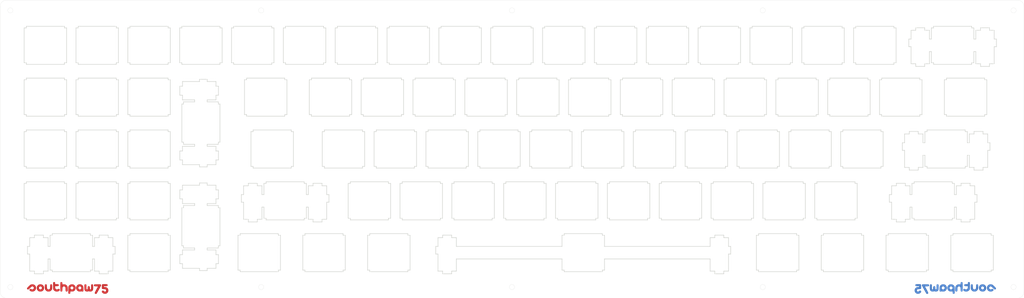
<source format=kicad_pcb>
(kicad_pcb (version 20171130) (host pcbnew 5.1.6)
  (layers (0 F.Cu signal) (31 B.Cu signal) (34 B.Paste user) (35 F.Paste user) (36 B.SilkS user) (37 F.SilkS user) (38 B.Mask user) (39 F.Mask user) (44 Edge.Cuts user))
  (net 0 "")
  (module Logos:southpaw75smallcopy (layer B.Cu) (at 350.04375 104.775 180)
    (fp_text reference G*** hide)
    (fp_text value LOGO hide)
    (fp_poly (pts (xy 6.69047 1.326464) (xy 6.833694 1.267813) (xy 6.845299 1.257301) (xy 6.883131 1.153282) (xy 6.908014 0.928457) (xy 6.920147 0.580561) (xy 6.9215 0.376076) (xy 6.926277 -0.001781) (xy 6.94404 -0.269015) (xy 6.979933 -0.441763) (xy 7.039102 -0.536162) (xy 7.126692 -0.568346) (xy 7.220074 -0.560259) (xy 7.278847 -0.529831) (xy 7.318096 -0.448802) (xy 7.344559 -0.29214) (xy 7.364975 -0.034818) (xy 7.366 -0.018176) (xy 7.388086 0.230876) (xy 7.418661 0.431906) (xy 7.452069 0.550351) (xy 7.46125 0.564096) (xy 7.641886 0.660194) (xy 7.850866 0.657558) (xy 8.005014 0.58118) (xy 8.086092 0.499575) (xy 8.137359 0.393032) (xy 8.168883 0.227955) (xy 8.190728 -0.029252) (xy 8.1915 -0.041249) (xy 8.212521 -0.298067) (xy 8.24 -0.453356) (xy 8.281098 -0.532587) (xy 8.337425 -0.560265) (xy 8.451295 -0.566038) (xy 8.53265 -0.522434) (xy 8.586638 -0.413316) (xy 8.618402 -0.222548) (xy 8.633088 0.066007) (xy 8.636 0.376076) (xy 8.639239 0.744071) (xy 8.6536 1.003797) (xy 8.686052 1.173914) (xy 8.743559 1.273086) (xy 8.833088 1.319974) (xy 8.961608 1.33324) (xy 8.993414 1.3335) (xy 9.142085 1.323489) (xy 9.249374 1.281765) (xy 9.321918 1.190796) (xy 9.36635 1.033048) (xy 9.389306 0.790987) (xy 9.397421 0.447081) (xy 9.398 0.264349) (xy 9.391381 -0.164779) (xy 9.36701 -0.489554) (xy 9.318114 -0.732148) (xy 9.23792 -0.914733) (xy 9.119654 -1.059482) (xy 8.956543 -1.188565) (xy 8.953532 -1.190625) (xy 8.744823 -1.282252) (xy 8.481028 -1.330387) (xy 8.211047 -1.332519) (xy 7.983779 -1.286139) (xy 7.902327 -1.244594) (xy 7.787594 -1.188071) (xy 7.684583 -1.223076) (xy 7.653812 -1.244594) (xy 7.480827 -1.311253) (xy 7.237049 -1.334544) (xy 6.970399 -1.316216) (xy 6.7288 -1.258018) (xy 6.619294 -1.206843) (xy 6.4504 -1.088641) (xy 6.327938 -0.956537) (xy 6.244778 -0.788545) (xy 6.193794 -0.562679) (xy 6.167856 -0.256952) (xy 6.159835 0.150622) (xy 6.159737 0.21055) (xy 6.164267 0.542297) (xy 6.176857 0.835134) (xy 6.195727 1.061896) (xy 6.219098 1.19542) (xy 6.225234 1.210675) (xy 6.331914 1.29381) (xy 6.505101 1.333768) (xy 6.69047 1.326464)) (layer B.Cu) (width 0.01))
    (fp_poly (pts (xy 4.778969 1.32426) (xy 4.959808 1.285087) (xy 5.132808 1.198806) (xy 5.243025 1.127125) (xy 5.460052 0.959067) (xy 5.616311 0.778261) (xy 5.721937 0.559639) (xy 5.787066 0.278137) (xy 5.821834 -0.091315) (xy 5.831316 -0.327848) (xy 5.837307 -0.708025) (xy 5.825873 -0.979456) (xy 5.79049 -1.159929) (xy 5.724637 -1.267227) (xy 5.62179 -1.319138) (xy 5.475427 -1.333446) (xy 5.462513 -1.3335) (xy 5.294623 -1.319196) (xy 5.187987 -1.283703) (xy 5.176749 -1.272426) (xy 5.088442 -1.244002) (xy 4.978368 -1.272426) (xy 4.756117 -1.319252) (xy 4.472167 -1.329906) (xy 4.182648 -1.306624) (xy 3.943687 -1.251642) (xy 3.889772 -1.229065) (xy 3.58946 -1.017387) (xy 3.344851 -0.722176) (xy 3.178378 -0.378893) (xy 3.112476 -0.022996) (xy 3.112413 -0.017581) (xy 3.937018 -0.017581) (xy 3.988849 -0.225664) (xy 4.108278 -0.403164) (xy 4.278242 -0.528517) (xy 4.481676 -0.580163) (xy 4.701516 -0.53654) (xy 4.803119 -0.478779) (xy 4.972966 -0.292271) (xy 5.049765 -0.05797) (xy 5.020048 0.181509) (xy 5.015452 0.19303) (xy 4.867028 0.416588) (xy 4.663774 0.544602) (xy 4.434293 0.570445) (xy 4.207188 0.487492) (xy 4.104409 0.404091) (xy 3.96985 0.199525) (xy 3.937018 -0.017581) (xy 3.112413 -0.017581) (xy 3.112208 0) (xy 3.166741 0.33579) (xy 3.314731 0.669415) (xy 3.532759 0.964657) (xy 3.797408 1.185299) (xy 3.919085 1.247958) (xy 4.09391 1.29406) (xy 4.335544 1.325117) (xy 4.531034 1.3335) (xy 4.778969 1.32426)) (layer B.Cu) (width 0.01))
    (fp_poly (pts (xy -2.082076 2.097293) (xy -2.010092 2.042875) (xy -1.931438 1.873206) (xy -1.905 1.612175) (xy -1.905 1.297599) (xy -1.466299 1.322388) (xy -1.089573 1.321107) (xy -0.795754 1.260514) (xy -0.549786 1.12835) (xy -0.32742 0.924157) (xy -0.16342 0.720661) (xy -0.050833 0.508107) (xy 0.018809 0.256789) (xy 0.05397 -0.062996) (xy 0.063145 -0.446245) (xy 0.053194 -0.806787) (xy 0.017553 -1.05866) (xy -0.051718 -1.218952) (xy -0.162562 -1.304748) (xy -0.322921 -1.333134) (xy -0.34925 -1.3335) (xy -0.513696 -1.313211) (xy -0.629444 -1.240918) (xy -0.704162 -1.099477) (xy -0.745514 -0.871747) (xy -0.761167 -0.540583) (xy -0.762 -0.410501) (xy -0.763728 -0.117792) (xy -0.773241 0.077521) (xy -0.797038 0.205037) (xy -0.841614 0.294354) (xy -0.913467 0.37507) (xy -0.9401 0.40087) (xy -1.166107 0.543027) (xy -1.407111 0.562195) (xy -1.644845 0.45795) (xy -1.694962 0.418354) (xy -1.771496 0.34672) (xy -1.823558 0.270607) (xy -1.857314 0.163822) (xy -1.878934 0.000172) (xy -1.894584 -0.246539) (xy -1.904878 -0.473101) (xy -1.923125 -0.817862) (xy -1.94948 -1.055512) (xy -1.993808 -1.205928) (xy -2.065973 -1.288986) (xy -2.175839 -1.324563) (xy -2.331391 -1.332527) (xy -2.520819 -1.292978) (xy -2.601266 -1.210674) (xy -2.623969 -1.105815) (xy -2.642056 -0.899007) (xy -2.655594 -0.611574) (xy -2.664652 -0.26484) (xy -2.669297 0.119871) (xy -2.669596 0.521234) (xy -2.665618 0.917926) (xy -2.65743 1.288622) (xy -2.645101 1.611997) (xy -2.628697 1.866728) (xy -2.608287 2.031491) (xy -2.5908 2.082801) (xy -2.449238 2.147913) (xy -2.259514 2.151359) (xy -2.082076 2.097293)) (layer B.Cu) (width 0.01))
    (fp_poly (pts (xy -4.781231 2.141555) (xy -4.651269 2.085754) (xy -4.648201 2.082801) (xy -4.602907 1.977416) (xy -4.575613 1.79796) (xy -4.572 1.701801) (xy -4.572 1.397) (xy -4.010342 1.397) (xy -3.676867 1.384972) (xy -3.450869 1.34287) (xy -3.314585 1.261672) (xy -3.250247 1.132354) (xy -3.2385 1.004967) (xy -3.26534 0.845436) (xy -3.356918 0.736571) (xy -3.529818 0.670621) (xy -3.800629 0.639833) (xy -4.030069 0.635) (xy -4.589388 0.635) (xy -4.555144 0.208397) (xy -4.529112 -0.032592) (xy -4.487799 -0.189319) (xy -4.414776 -0.304517) (xy -4.323199 -0.394853) (xy -4.113058 -0.532473) (xy -3.896974 -0.559984) (xy -3.648138 -0.47863) (xy -3.55813 -0.430334) (xy -3.315349 -0.339473) (xy -3.106804 -0.355683) (xy -2.951772 -0.474503) (xy -2.895729 -0.583585) (xy -2.881394 -0.785833) (xy -2.972724 -0.96691) (xy -3.149169 -1.119728) (xy -3.390176 -1.237197) (xy -3.675194 -1.312228) (xy -3.983672 -1.337731) (xy -4.295058 -1.306618) (xy -4.588801 -1.211798) (xy -4.641388 -1.185749) (xy -4.852386 -1.038753) (xy -5.051889 -0.843904) (xy -5.11175 -0.767756) (xy -5.30225 -0.497512) (xy -5.321945 0.740261) (xy -5.326767 1.220813) (xy -5.323701 1.584436) (xy -5.312337 1.840978) (xy -5.292263 2.000289) (xy -5.266545 2.068517) (xy -5.147766 2.131576) (xy -4.966362 2.156376) (xy -4.781231 2.141555)) (layer B.Cu) (width 0.01))
    (fp_poly (pts (xy -7.765765 1.301528) (xy -7.698176 1.254125) (xy -7.669091 1.160475) (xy -7.641476 0.970401) (xy -7.619017 0.714461) (xy -7.608164 0.508) (xy -7.585988 0.141132) (xy -7.547081 -0.121321) (xy -7.483673 -0.301624) (xy -7.387998 -0.422045) (xy -7.25531 -0.503481) (xy -6.992492 -0.567625) (xy -6.751963 -0.507335) (xy -6.623539 -0.418353) (xy -6.546148 -0.34569) (xy -6.493777 -0.268253) (xy -6.460012 -0.159373) (xy -6.438443 0.007622) (xy -6.422656 0.259404) (xy -6.413623 0.454772) (xy -6.396519 0.750007) (xy -6.374436 1.001596) (xy -6.350405 1.180463) (xy -6.330378 1.254126) (xy -6.226041 1.31503) (xy -6.058382 1.330674) (xy -5.881987 1.30298) (xy -5.751445 1.233873) (xy -5.751286 1.233715) (xy -5.706396 1.16263) (xy -5.676655 1.041306) (xy -5.659462 0.847647) (xy -5.652213 0.559553) (xy -5.6515 0.386452) (xy -5.654279 0.052743) (xy -5.665591 -0.185069) (xy -5.6899 -0.358022) (xy -5.73167 -0.497153) (xy -5.795365 -0.6335) (xy -5.799251 -0.640887) (xy -5.94652 -0.852307) (xy -6.141339 -1.051622) (xy -6.216002 -1.110218) (xy -6.387227 -1.216551) (xy -6.55512 -1.27813) (xy -6.769757 -1.30941) (xy -6.941377 -1.319631) (xy -7.251485 -1.319574) (xy -7.47109 -1.284615) (xy -7.58825 -1.237272) (xy -7.92475 -0.994835) (xy -8.184657 -0.681552) (xy -8.261613 -0.53975) (xy -8.323046 -0.341061) (xy -8.365056 -0.073075) (xy -8.387568 0.232916) (xy -8.390506 0.545621) (xy -8.373795 0.833748) (xy -8.33736 1.066004) (xy -8.281125 1.211099) (xy -8.265875 1.228409) (xy -8.11609 1.30562) (xy -7.930566 1.330845) (xy -7.765765 1.301528)) (layer B.Cu) (width 0.01))
    (fp_poly (pts (xy -9.580219 1.277575) (xy -9.276668 1.157924) (xy -9.199237 1.109329) (xy -8.905247 0.837927) (xy -8.723055 0.512495) (xy -8.648412 0.123879) (xy -8.648914 -0.076638) (xy -8.724727 -0.498614) (xy -8.897895 -0.842652) (xy -9.160237 -1.100988) (xy -9.503568 -1.265853) (xy -9.919708 -1.329484) (xy -9.9695 -1.329969) (xy -10.219433 -1.31615) (xy -10.445963 -1.281788) (xy -10.57275 -1.244569) (xy -10.74772 -1.140728) (xy -10.924416 -0.997465) (xy -10.943772 -0.9785) (xy -11.187633 -0.651577) (xy -11.320266 -0.291326) (xy -11.340087 0.003015) (xy -10.541 0.003015) (xy -10.487971 -0.249758) (xy -10.347689 -0.436845) (xy -10.14836 -0.545453) (xy -9.918192 -0.56279) (xy -9.685394 -0.476065) (xy -9.60936 -0.419489) (xy -9.486775 -0.282042) (xy -9.437785 -0.117273) (xy -9.432637 0) (xy -9.484218 0.257643) (xy -9.621445 0.443548) (xy -9.818039 0.545998) (xy -10.047726 0.553276) (xy -10.284228 0.453666) (xy -10.345628 0.407106) (xy -10.484581 0.257899) (xy -10.537133 0.091123) (xy -10.541 0.003015) (xy -11.340087 0.003015) (xy -11.345376 0.081548) (xy -11.266667 0.446339) (xy -11.087844 0.782344) (xy -10.812611 1.068858) (xy -10.547226 1.237762) (xy -10.262814 1.322003) (xy -9.924706 1.333771) (xy -9.580219 1.277575)) (layer B.Cu) (width 0.01))
    (fp_poly (pts (xy -12.654355 1.308526) (xy -12.378745 1.234231) (xy -12.332346 1.21268) (xy -12.007316 0.982877) (xy -11.77522 0.688858) (xy -11.63611 0.352196) (xy -11.59004 -0.005537) (xy -11.637064 -0.36277) (xy -11.777235 -0.69793) (xy -12.010607 -0.989445) (xy -12.326334 -1.210241) (xy -12.631532 -1.308775) (xy -12.985583 -1.336417) (xy -13.335769 -1.294048) (xy -13.618852 -1.188625) (xy -13.798274 -1.061085) (xy -13.939245 -0.916521) (xy -13.966798 -0.875079) (xy -14.024346 -0.748606) (xy -14.011268 -0.649518) (xy -13.930576 -0.526785) (xy -13.75484 -0.368382) (xy -13.558408 -0.335173) (xy -13.344611 -0.427643) (xy -13.328926 -0.43895) (xy -13.080526 -0.557213) (xy -12.834305 -0.550407) (xy -12.603819 -0.419478) (xy -12.568116 -0.385884) (xy -12.413773 -0.163592) (xy -12.385889 0.063603) (xy -12.484464 0.288896) (xy -12.568116 0.385885) (xy -12.721336 0.516544) (xy -12.866576 0.578591) (xy -13.021353 0.566278) (xy -13.203186 0.473859) (xy -13.429594 0.295587) (xy -13.718093 0.025715) (xy -13.744375 0) (xy -13.998891 -0.244632) (xy -14.186062 -0.410137) (xy -14.324943 -0.510466) (xy -14.434593 -0.559571) (xy -14.525036 -0.5715) (xy -14.743722 -0.521901) (xy -14.881384 -0.383294) (xy -14.9225 -0.200585) (xy -14.900016 -0.102869) (xy -14.824278 0.022977) (xy -14.682861 0.192839) (xy -14.463339 0.422605) (xy -14.335125 0.550404) (xy -14.094905 0.779906) (xy -13.86752 0.983685) (xy -13.677682 1.140445) (xy -13.550102 1.228886) (xy -13.544529 1.231775) (xy -13.291442 1.308152) (xy -12.976652 1.333452) (xy -12.654355 1.308526)) (layer B.Cu) (width 0.01))
    (fp_poly (pts (xy 13.663533 1.397) (xy 14.016497 1.39509) (xy 14.264702 1.387575) (xy 14.430354 1.371777) (xy 14.535662 1.345021) (xy 14.602831 1.304629) (xy 14.626908 1.280875) (xy 14.718185 1.100117) (xy 14.713064 0.901544) (xy 14.615874 0.740092) (xy 14.525467 0.686551) (xy 14.380991 0.653879) (xy 14.156105 0.638114) (xy 13.917374 0.635001) (xy 13.643753 0.633795) (xy 13.472921 0.625779) (xy 13.380668 0.604353) (xy 13.342783 0.562916) (xy 13.335057 0.494871) (xy 13.335 0.47625) (xy 13.342545 0.38991) (xy 13.384594 0.342377) (xy 13.490267 0.322104) (xy 13.688684 0.317544) (xy 13.735317 0.3175) (xy 13.993875 0.305653) (xy 14.188362 0.25919) (xy 14.380391 0.161728) (xy 14.424666 0.134202) (xy 14.703105 -0.110763) (xy 14.887495 -0.41641) (xy 14.977835 -0.758078) (xy 14.974126 -1.111105) (xy 14.876368 -1.450828) (xy 14.68456 -1.752585) (xy 14.424666 -1.975701) (xy 14.220728 -2.087684) (xy 14.027868 -2.142086) (xy 13.781155 -2.156309) (xy 13.751192 -2.156193) (xy 13.378262 -2.117237) (xy 13.136311 -2.031619) (xy 12.916808 -1.882379) (xy 12.731163 -1.696612) (xy 12.607784 -1.507458) (xy 12.573 -1.374507) (xy 12.620423 -1.153071) (xy 12.746368 -1.011846) (xy 12.926349 -0.956756) (xy 13.135881 -0.993727) (xy 13.350476 -1.128685) (xy 13.3985 -1.17475) (xy 13.579709 -1.333841) (xy 13.731125 -1.387316) (xy 13.885391 -1.340152) (xy 13.993186 -1.265391) (xy 14.126935 -1.105362) (xy 14.1605 -0.920749) (xy 14.125295 -0.718516) (xy 14.011492 -0.577062) (xy 13.806812 -0.489555) (xy 13.498974 -0.449163) (xy 13.304528 -0.444499) (xy 13.021019 -0.439538) (xy 12.822187 -0.411913) (xy 12.693027 -0.342511) (xy 12.618534 -0.212221) (xy 12.583704 -0.001929) (xy 12.573531 0.307476) (xy 12.573 0.487284) (xy 12.574364 0.817083) (xy 12.590238 1.055703) (xy 12.638292 1.217886) (xy 12.736197 1.318372) (xy 12.901625 1.371901) (xy 13.152245 1.393216) (xy 13.50573 1.397057) (xy 13.663533 1.397)) (layer B.Cu) (width 0.01))
    (fp_poly (pts (xy 1.95101 1.302242) (xy 2.127643 1.264781) (xy 2.270392 1.194593) (xy 2.392464 1.104357) (xy 2.708872 0.787813) (xy 2.900844 0.447783) (xy 2.952999 0.252522) (xy 2.961421 -0.157582) (xy 2.854783 -0.547229) (xy 2.643922 -0.890675) (xy 2.364451 -1.145593) (xy 2.2359 -1.223025) (xy 2.103284 -1.269912) (xy 1.929564 -1.293592) (xy 1.6777 -1.301403) (xy 1.576277 -1.30175) (xy 1.016 -1.30175) (xy 1.016 -1.607549) (xy 0.998461 -1.880572) (xy 0.936819 -2.050216) (xy 0.81753 -2.13637) (xy 0.640541 -2.159) (xy 0.462404 -2.136784) (xy 0.335359 -2.081992) (xy 0.321455 -2.068516) (xy 0.293221 -1.987927) (xy 0.274071 -1.81891) (xy 0.263593 -1.551617) (xy 0.261378 -1.176197) (xy 0.266055 -0.741047) (xy 0.277853 0) (xy 1.050636 0) (xy 1.071781 -0.203726) (xy 1.152801 -0.347566) (xy 1.227359 -0.419489) (xy 1.459264 -0.549367) (xy 1.701937 -0.567177) (xy 1.924951 -0.473546) (xy 2.003282 -0.403477) (xy 2.117135 -0.207903) (xy 2.159073 0.024273) (xy 2.123704 0.240362) (xy 2.077605 0.323003) (xy 1.874715 0.496131) (xy 1.633632 0.562653) (xy 1.387033 0.518861) (xy 1.227359 0.41949) (xy 1.104774 0.282043) (xy 1.055784 0.117274) (xy 1.050636 0) (xy 0.277853 0) (xy 0.28575 0.495938) (xy 0.485674 0.771708) (xy 0.748045 1.05877) (xy 1.049998 1.237489) (xy 1.413037 1.317647) (xy 1.693964 1.321437) (xy 1.95101 1.302242)) (layer B.Cu) (width 0.01))
    (fp_poly (pts (xy 12.228876 1.175838) (xy 12.29661 1.019696) (xy 12.27407 0.852157) (xy 12.267208 0.831793) (xy 12.211696 0.704997) (xy 12.10685 0.494265) (xy 11.962971 0.218177) (xy 11.79036 -0.104687) (xy 11.599319 -0.455745) (xy 11.400147 -0.816417) (xy 11.203147 -1.168122) (xy 11.018619 -1.49228) (xy 10.856864 -1.770309) (xy 10.728182 -1.983628) (xy 10.642876 -2.113658) (xy 10.617946 -2.143125) (xy 10.428308 -2.217171) (xy 10.213803 -2.181046) (xy 10.110629 -2.123649) (xy 9.991677 -1.96985) (xy 9.970021 -1.853774) (xy 9.999656 -1.746108) (xy 10.081991 -1.547585) (xy 10.207679 -1.278162) (xy 10.367376 -0.957793) (xy 10.551735 -0.606435) (xy 10.570554 -0.5715) (xy 11.170566 0.53975) (xy 10.501199 0.5715) (xy 10.19202 0.589375) (xy 9.984753 0.611457) (xy 9.854314 0.642865) (xy 9.775619 0.688722) (xy 9.741916 0.726512) (xy 9.659111 0.912002) (xy 9.694863 1.098713) (xy 9.75085 1.192371) (xy 9.791009 1.242684) (xy 9.843029 1.279356) (xy 9.925786 1.304542) (xy 10.058154 1.320395) (xy 10.25901 1.32907) (xy 10.547229 1.332719) (xy 10.941686 1.333498) (xy 10.987636 1.3335) (xy 12.125572 1.3335) (xy 12.228876 1.175838)) (layer B.Cu) (width 0.01))
  )
  (module Logos:southpaw75small (layer B.Cu) (at 350.04375 104.775 180)
    (fp_text reference G*** hide)
    (fp_text value LOGO hide)
  )
  (module Logos:southpaw75smallcopy (layer F.Cu) (at 23.8125 104.775)
    (fp_text reference G*** hide)
    (fp_text value LOGO hide)
    (fp_poly (pts (xy 12.228876 -1.175838) (xy 12.29661 -1.019696) (xy 12.27407 -0.852157) (xy 12.267208 -0.831793) (xy 12.211696 -0.704997) (xy 12.10685 -0.494265) (xy 11.962971 -0.218177) (xy 11.79036 0.104687) (xy 11.599319 0.455745) (xy 11.400147 0.816417) (xy 11.203147 1.168122) (xy 11.018619 1.49228) (xy 10.856864 1.770309) (xy 10.728182 1.983628) (xy 10.642876 2.113658) (xy 10.617946 2.143125) (xy 10.428308 2.217171) (xy 10.213803 2.181046) (xy 10.110629 2.123649) (xy 9.991677 1.96985) (xy 9.970021 1.853774) (xy 9.999656 1.746108) (xy 10.081991 1.547585) (xy 10.207679 1.278162) (xy 10.367376 0.957793) (xy 10.551735 0.606435) (xy 10.570554 0.5715) (xy 11.170566 -0.53975) (xy 10.501199 -0.5715) (xy 10.19202 -0.589375) (xy 9.984753 -0.611457) (xy 9.854314 -0.642865) (xy 9.775619 -0.688722) (xy 9.741916 -0.726512) (xy 9.659111 -0.912002) (xy 9.694863 -1.098713) (xy 9.75085 -1.192371) (xy 9.791009 -1.242684) (xy 9.843029 -1.279356) (xy 9.925786 -1.304542) (xy 10.058154 -1.320395) (xy 10.25901 -1.32907) (xy 10.547229 -1.332719) (xy 10.941686 -1.333498) (xy 10.987636 -1.3335) (xy 12.125572 -1.3335) (xy 12.228876 -1.175838)) (layer F.Cu) (width 0.01))
    (fp_poly (pts (xy 1.95101 -1.302242) (xy 2.127643 -1.264781) (xy 2.270392 -1.194593) (xy 2.392464 -1.104357) (xy 2.708872 -0.787813) (xy 2.900844 -0.447783) (xy 2.952999 -0.252522) (xy 2.961421 0.157582) (xy 2.854783 0.547229) (xy 2.643922 0.890675) (xy 2.364451 1.145593) (xy 2.2359 1.223025) (xy 2.103284 1.269912) (xy 1.929564 1.293592) (xy 1.6777 1.301403) (xy 1.576277 1.30175) (xy 1.016 1.30175) (xy 1.016 1.607549) (xy 0.998461 1.880572) (xy 0.936819 2.050216) (xy 0.81753 2.13637) (xy 0.640541 2.159) (xy 0.462404 2.136784) (xy 0.335359 2.081992) (xy 0.321455 2.068516) (xy 0.293221 1.987927) (xy 0.274071 1.81891) (xy 0.263593 1.551617) (xy 0.261378 1.176197) (xy 0.266055 0.741047) (xy 0.277853 0) (xy 1.050636 0) (xy 1.071781 0.203726) (xy 1.152801 0.347566) (xy 1.227359 0.419489) (xy 1.459264 0.549367) (xy 1.701937 0.567177) (xy 1.924951 0.473546) (xy 2.003282 0.403477) (xy 2.117135 0.207903) (xy 2.159073 -0.024273) (xy 2.123704 -0.240362) (xy 2.077605 -0.323003) (xy 1.874715 -0.496131) (xy 1.633632 -0.562653) (xy 1.387033 -0.518861) (xy 1.227359 -0.41949) (xy 1.104774 -0.282043) (xy 1.055784 -0.117274) (xy 1.050636 0) (xy 0.277853 0) (xy 0.28575 -0.495938) (xy 0.485674 -0.771708) (xy 0.748045 -1.05877) (xy 1.049998 -1.237489) (xy 1.413037 -1.317647) (xy 1.693964 -1.321437) (xy 1.95101 -1.302242)) (layer F.Cu) (width 0.01))
    (fp_poly (pts (xy 13.663533 -1.397) (xy 14.016497 -1.39509) (xy 14.264702 -1.387575) (xy 14.430354 -1.371777) (xy 14.535662 -1.345021) (xy 14.602831 -1.304629) (xy 14.626908 -1.280875) (xy 14.718185 -1.100117) (xy 14.713064 -0.901544) (xy 14.615874 -0.740092) (xy 14.525467 -0.686551) (xy 14.380991 -0.653879) (xy 14.156105 -0.638114) (xy 13.917374 -0.635001) (xy 13.643753 -0.633795) (xy 13.472921 -0.625779) (xy 13.380668 -0.604353) (xy 13.342783 -0.562916) (xy 13.335057 -0.494871) (xy 13.335 -0.47625) (xy 13.342545 -0.38991) (xy 13.384594 -0.342377) (xy 13.490267 -0.322104) (xy 13.688684 -0.317544) (xy 13.735317 -0.3175) (xy 13.993875 -0.305653) (xy 14.188362 -0.25919) (xy 14.380391 -0.161728) (xy 14.424666 -0.134202) (xy 14.703105 0.110763) (xy 14.887495 0.41641) (xy 14.977835 0.758078) (xy 14.974126 1.111105) (xy 14.876368 1.450828) (xy 14.68456 1.752585) (xy 14.424666 1.975701) (xy 14.220728 2.087684) (xy 14.027868 2.142086) (xy 13.781155 2.156309) (xy 13.751192 2.156193) (xy 13.378262 2.117237) (xy 13.136311 2.031619) (xy 12.916808 1.882379) (xy 12.731163 1.696612) (xy 12.607784 1.507458) (xy 12.573 1.374507) (xy 12.620423 1.153071) (xy 12.746368 1.011846) (xy 12.926349 0.956756) (xy 13.135881 0.993727) (xy 13.350476 1.128685) (xy 13.3985 1.17475) (xy 13.579709 1.333841) (xy 13.731125 1.387316) (xy 13.885391 1.340152) (xy 13.993186 1.265391) (xy 14.126935 1.105362) (xy 14.1605 0.920749) (xy 14.125295 0.718516) (xy 14.011492 0.577062) (xy 13.806812 0.489555) (xy 13.498974 0.449163) (xy 13.304528 0.444499) (xy 13.021019 0.439538) (xy 12.822187 0.411913) (xy 12.693027 0.342511) (xy 12.618534 0.212221) (xy 12.583704 0.001929) (xy 12.573531 -0.307476) (xy 12.573 -0.487284) (xy 12.574364 -0.817083) (xy 12.590238 -1.055703) (xy 12.638292 -1.217886) (xy 12.736197 -1.318372) (xy 12.901625 -1.371901) (xy 13.152245 -1.393216) (xy 13.50573 -1.397057) (xy 13.663533 -1.397)) (layer F.Cu) (width 0.01))
    (fp_poly (pts (xy -12.654355 -1.308526) (xy -12.378745 -1.234231) (xy -12.332346 -1.21268) (xy -12.007316 -0.982877) (xy -11.77522 -0.688858) (xy -11.63611 -0.352196) (xy -11.59004 0.005537) (xy -11.637064 0.36277) (xy -11.777235 0.69793) (xy -12.010607 0.989445) (xy -12.326334 1.210241) (xy -12.631532 1.308775) (xy -12.985583 1.336417) (xy -13.335769 1.294048) (xy -13.618852 1.188625) (xy -13.798274 1.061085) (xy -13.939245 0.916521) (xy -13.966798 0.875079) (xy -14.024346 0.748606) (xy -14.011268 0.649518) (xy -13.930576 0.526785) (xy -13.75484 0.368382) (xy -13.558408 0.335173) (xy -13.344611 0.427643) (xy -13.328926 0.43895) (xy -13.080526 0.557213) (xy -12.834305 0.550407) (xy -12.603819 0.419478) (xy -12.568116 0.385884) (xy -12.413773 0.163592) (xy -12.385889 -0.063603) (xy -12.484464 -0.288896) (xy -12.568116 -0.385885) (xy -12.721336 -0.516544) (xy -12.866576 -0.578591) (xy -13.021353 -0.566278) (xy -13.203186 -0.473859) (xy -13.429594 -0.295587) (xy -13.718093 -0.025715) (xy -13.744375 0) (xy -13.998891 0.244632) (xy -14.186062 0.410137) (xy -14.324943 0.510466) (xy -14.434593 0.559571) (xy -14.525036 0.5715) (xy -14.743722 0.521901) (xy -14.881384 0.383294) (xy -14.9225 0.200585) (xy -14.900016 0.102869) (xy -14.824278 -0.022977) (xy -14.682861 -0.192839) (xy -14.463339 -0.422605) (xy -14.335125 -0.550404) (xy -14.094905 -0.779906) (xy -13.86752 -0.983685) (xy -13.677682 -1.140445) (xy -13.550102 -1.228886) (xy -13.544529 -1.231775) (xy -13.291442 -1.308152) (xy -12.976652 -1.333452) (xy -12.654355 -1.308526)) (layer F.Cu) (width 0.01))
    (fp_poly (pts (xy -9.580219 -1.277575) (xy -9.276668 -1.157924) (xy -9.199237 -1.109329) (xy -8.905247 -0.837927) (xy -8.723055 -0.512495) (xy -8.648412 -0.123879) (xy -8.648914 0.076638) (xy -8.724727 0.498614) (xy -8.897895 0.842652) (xy -9.160237 1.100988) (xy -9.503568 1.265853) (xy -9.919708 1.329484) (xy -9.9695 1.329969) (xy -10.219433 1.31615) (xy -10.445963 1.281788) (xy -10.57275 1.244569) (xy -10.74772 1.140728) (xy -10.924416 0.997465) (xy -10.943772 0.9785) (xy -11.187633 0.651577) (xy -11.320266 0.291326) (xy -11.340087 -0.003015) (xy -10.541 -0.003015) (xy -10.487971 0.249758) (xy -10.347689 0.436845) (xy -10.14836 0.545453) (xy -9.918192 0.56279) (xy -9.685394 0.476065) (xy -9.60936 0.419489) (xy -9.486775 0.282042) (xy -9.437785 0.117273) (xy -9.432637 0) (xy -9.484218 -0.257643) (xy -9.621445 -0.443548) (xy -9.818039 -0.545998) (xy -10.047726 -0.553276) (xy -10.284228 -0.453666) (xy -10.345628 -0.407106) (xy -10.484581 -0.257899) (xy -10.537133 -0.091123) (xy -10.541 -0.003015) (xy -11.340087 -0.003015) (xy -11.345376 -0.081548) (xy -11.266667 -0.446339) (xy -11.087844 -0.782344) (xy -10.812611 -1.068858) (xy -10.547226 -1.237762) (xy -10.262814 -1.322003) (xy -9.924706 -1.333771) (xy -9.580219 -1.277575)) (layer F.Cu) (width 0.01))
    (fp_poly (pts (xy -7.765765 -1.301528) (xy -7.698176 -1.254125) (xy -7.669091 -1.160475) (xy -7.641476 -0.970401) (xy -7.619017 -0.714461) (xy -7.608164 -0.508) (xy -7.585988 -0.141132) (xy -7.547081 0.121321) (xy -7.483673 0.301624) (xy -7.387998 0.422045) (xy -7.25531 0.503481) (xy -6.992492 0.567625) (xy -6.751963 0.507335) (xy -6.623539 0.418353) (xy -6.546148 0.34569) (xy -6.493777 0.268253) (xy -6.460012 0.159373) (xy -6.438443 -0.007622) (xy -6.422656 -0.259404) (xy -6.413623 -0.454772) (xy -6.396519 -0.750007) (xy -6.374436 -1.001596) (xy -6.350405 -1.180463) (xy -6.330378 -1.254126) (xy -6.226041 -1.31503) (xy -6.058382 -1.330674) (xy -5.881987 -1.30298) (xy -5.751445 -1.233873) (xy -5.751286 -1.233715) (xy -5.706396 -1.16263) (xy -5.676655 -1.041306) (xy -5.659462 -0.847647) (xy -5.652213 -0.559553) (xy -5.6515 -0.386452) (xy -5.654279 -0.052743) (xy -5.665591 0.185069) (xy -5.6899 0.358022) (xy -5.73167 0.497153) (xy -5.795365 0.6335) (xy -5.799251 0.640887) (xy -5.94652 0.852307) (xy -6.141339 1.051622) (xy -6.216002 1.110218) (xy -6.387227 1.216551) (xy -6.55512 1.27813) (xy -6.769757 1.30941) (xy -6.941377 1.319631) (xy -7.251485 1.319574) (xy -7.47109 1.284615) (xy -7.58825 1.237272) (xy -7.92475 0.994835) (xy -8.184657 0.681552) (xy -8.261613 0.53975) (xy -8.323046 0.341061) (xy -8.365056 0.073075) (xy -8.387568 -0.232916) (xy -8.390506 -0.545621) (xy -8.373795 -0.833748) (xy -8.33736 -1.066004) (xy -8.281125 -1.211099) (xy -8.265875 -1.228409) (xy -8.11609 -1.30562) (xy -7.930566 -1.330845) (xy -7.765765 -1.301528)) (layer F.Cu) (width 0.01))
    (fp_poly (pts (xy -4.781231 -2.141555) (xy -4.651269 -2.085754) (xy -4.648201 -2.082801) (xy -4.602907 -1.977416) (xy -4.575613 -1.79796) (xy -4.572 -1.701801) (xy -4.572 -1.397) (xy -4.010342 -1.397) (xy -3.676867 -1.384972) (xy -3.450869 -1.34287) (xy -3.314585 -1.261672) (xy -3.250247 -1.132354) (xy -3.2385 -1.004967) (xy -3.26534 -0.845436) (xy -3.356918 -0.736571) (xy -3.529818 -0.670621) (xy -3.800629 -0.639833) (xy -4.030069 -0.635) (xy -4.589388 -0.635) (xy -4.555144 -0.208397) (xy -4.529112 0.032592) (xy -4.487799 0.189319) (xy -4.414776 0.304517) (xy -4.323199 0.394853) (xy -4.113058 0.532473) (xy -3.896974 0.559984) (xy -3.648138 0.47863) (xy -3.55813 0.430334) (xy -3.315349 0.339473) (xy -3.106804 0.355683) (xy -2.951772 0.474503) (xy -2.895729 0.583585) (xy -2.881394 0.785833) (xy -2.972724 0.96691) (xy -3.149169 1.119728) (xy -3.390176 1.237197) (xy -3.675194 1.312228) (xy -3.983672 1.337731) (xy -4.295058 1.306618) (xy -4.588801 1.211798) (xy -4.641388 1.185749) (xy -4.852386 1.038753) (xy -5.051889 0.843904) (xy -5.11175 0.767756) (xy -5.30225 0.497512) (xy -5.321945 -0.740261) (xy -5.326767 -1.220813) (xy -5.323701 -1.584436) (xy -5.312337 -1.840978) (xy -5.292263 -2.000289) (xy -5.266545 -2.068517) (xy -5.147766 -2.131576) (xy -4.966362 -2.156376) (xy -4.781231 -2.141555)) (layer F.Cu) (width 0.01))
    (fp_poly (pts (xy -2.082076 -2.097293) (xy -2.010092 -2.042875) (xy -1.931438 -1.873206) (xy -1.905 -1.612175) (xy -1.905 -1.297599) (xy -1.466299 -1.322388) (xy -1.089573 -1.321107) (xy -0.795754 -1.260514) (xy -0.549786 -1.12835) (xy -0.32742 -0.924157) (xy -0.16342 -0.720661) (xy -0.050833 -0.508107) (xy 0.018809 -0.256789) (xy 0.05397 0.062996) (xy 0.063145 0.446245) (xy 0.053194 0.806787) (xy 0.017553 1.05866) (xy -0.051718 1.218952) (xy -0.162562 1.304748) (xy -0.322921 1.333134) (xy -0.34925 1.3335) (xy -0.513696 1.313211) (xy -0.629444 1.240918) (xy -0.704162 1.099477) (xy -0.745514 0.871747) (xy -0.761167 0.540583) (xy -0.762 0.410501) (xy -0.763728 0.117792) (xy -0.773241 -0.077521) (xy -0.797038 -0.205037) (xy -0.841614 -0.294354) (xy -0.913467 -0.37507) (xy -0.9401 -0.40087) (xy -1.166107 -0.543027) (xy -1.407111 -0.562195) (xy -1.644845 -0.45795) (xy -1.694962 -0.418354) (xy -1.771496 -0.34672) (xy -1.823558 -0.270607) (xy -1.857314 -0.163822) (xy -1.878934 -0.000172) (xy -1.894584 0.246539) (xy -1.904878 0.473101) (xy -1.923125 0.817862) (xy -1.94948 1.055512) (xy -1.993808 1.205928) (xy -2.065973 1.288986) (xy -2.175839 1.324563) (xy -2.331391 1.332527) (xy -2.520819 1.292978) (xy -2.601266 1.210674) (xy -2.623969 1.105815) (xy -2.642056 0.899007) (xy -2.655594 0.611574) (xy -2.664652 0.26484) (xy -2.669297 -0.119871) (xy -2.669596 -0.521234) (xy -2.665618 -0.917926) (xy -2.65743 -1.288622) (xy -2.645101 -1.611997) (xy -2.628697 -1.866728) (xy -2.608287 -2.031491) (xy -2.5908 -2.082801) (xy -2.449238 -2.147913) (xy -2.259514 -2.151359) (xy -2.082076 -2.097293)) (layer F.Cu) (width 0.01))
    (fp_poly (pts (xy 4.778969 -1.32426) (xy 4.959808 -1.285087) (xy 5.132808 -1.198806) (xy 5.243025 -1.127125) (xy 5.460052 -0.959067) (xy 5.616311 -0.778261) (xy 5.721937 -0.559639) (xy 5.787066 -0.278137) (xy 5.821834 0.091315) (xy 5.831316 0.327848) (xy 5.837307 0.708025) (xy 5.825873 0.979456) (xy 5.79049 1.159929) (xy 5.724637 1.267227) (xy 5.62179 1.319138) (xy 5.475427 1.333446) (xy 5.462513 1.3335) (xy 5.294623 1.319196) (xy 5.187987 1.283703) (xy 5.176749 1.272426) (xy 5.088442 1.244002) (xy 4.978368 1.272426) (xy 4.756117 1.319252) (xy 4.472167 1.329906) (xy 4.182648 1.306624) (xy 3.943687 1.251642) (xy 3.889772 1.229065) (xy 3.58946 1.017387) (xy 3.344851 0.722176) (xy 3.178378 0.378893) (xy 3.112476 0.022996) (xy 3.112413 0.017581) (xy 3.937018 0.017581) (xy 3.988849 0.225664) (xy 4.108278 0.403164) (xy 4.278242 0.528517) (xy 4.481676 0.580163) (xy 4.701516 0.53654) (xy 4.803119 0.478779) (xy 4.972966 0.292271) (xy 5.049765 0.05797) (xy 5.020048 -0.181509) (xy 5.015452 -0.19303) (xy 4.867028 -0.416588) (xy 4.663774 -0.544602) (xy 4.434293 -0.570445) (xy 4.207188 -0.487492) (xy 4.104409 -0.404091) (xy 3.96985 -0.199525) (xy 3.937018 0.017581) (xy 3.112413 0.017581) (xy 3.112208 0) (xy 3.166741 -0.33579) (xy 3.314731 -0.669415) (xy 3.532759 -0.964657) (xy 3.797408 -1.185299) (xy 3.919085 -1.247958) (xy 4.09391 -1.29406) (xy 4.335544 -1.325117) (xy 4.531034 -1.3335) (xy 4.778969 -1.32426)) (layer F.Cu) (width 0.01))
    (fp_poly (pts (xy 6.69047 -1.326464) (xy 6.833694 -1.267813) (xy 6.845299 -1.257301) (xy 6.883131 -1.153282) (xy 6.908014 -0.928457) (xy 6.920147 -0.580561) (xy 6.9215 -0.376076) (xy 6.926277 0.001781) (xy 6.94404 0.269015) (xy 6.979933 0.441763) (xy 7.039102 0.536162) (xy 7.126692 0.568346) (xy 7.220074 0.560259) (xy 7.278847 0.529831) (xy 7.318096 0.448802) (xy 7.344559 0.29214) (xy 7.364975 0.034818) (xy 7.366 0.018176) (xy 7.388086 -0.230876) (xy 7.418661 -0.431906) (xy 7.452069 -0.550351) (xy 7.46125 -0.564096) (xy 7.641886 -0.660194) (xy 7.850866 -0.657558) (xy 8.005014 -0.58118) (xy 8.086092 -0.499575) (xy 8.137359 -0.393032) (xy 8.168883 -0.227955) (xy 8.190728 0.029252) (xy 8.1915 0.041249) (xy 8.212521 0.298067) (xy 8.24 0.453356) (xy 8.281098 0.532587) (xy 8.337425 0.560265) (xy 8.451295 0.566038) (xy 8.53265 0.522434) (xy 8.586638 0.413316) (xy 8.618402 0.222548) (xy 8.633088 -0.066007) (xy 8.636 -0.376076) (xy 8.639239 -0.744071) (xy 8.6536 -1.003797) (xy 8.686052 -1.173914) (xy 8.743559 -1.273086) (xy 8.833088 -1.319974) (xy 8.961608 -1.33324) (xy 8.993414 -1.3335) (xy 9.142085 -1.323489) (xy 9.249374 -1.281765) (xy 9.321918 -1.190796) (xy 9.36635 -1.033048) (xy 9.389306 -0.790987) (xy 9.397421 -0.447081) (xy 9.398 -0.264349) (xy 9.391381 0.164779) (xy 9.36701 0.489554) (xy 9.318114 0.732148) (xy 9.23792 0.914733) (xy 9.119654 1.059482) (xy 8.956543 1.188565) (xy 8.953532 1.190625) (xy 8.744823 1.282252) (xy 8.481028 1.330387) (xy 8.211047 1.332519) (xy 7.983779 1.286139) (xy 7.902327 1.244594) (xy 7.787594 1.188071) (xy 7.684583 1.223076) (xy 7.653812 1.244594) (xy 7.480827 1.311253) (xy 7.237049 1.334544) (xy 6.970399 1.316216) (xy 6.7288 1.258018) (xy 6.619294 1.206843) (xy 6.4504 1.088641) (xy 6.327938 0.956537) (xy 6.244778 0.788545) (xy 6.193794 0.562679) (xy 6.167856 0.256952) (xy 6.159835 -0.150622) (xy 6.159737 -0.21055) (xy 6.164267 -0.542297) (xy 6.176857 -0.835134) (xy 6.195727 -1.061896) (xy 6.219098 -1.19542) (xy 6.225234 -1.210675) (xy 6.331914 -1.29381) (xy 6.505101 -1.333768) (xy 6.69047 -1.326464)) (layer F.Cu) (width 0.01))
  )
  (module Logos:southpaw75small (layer F.Cu) (at 23.8125 104.775)
    (fp_text reference G*** hide)
    (fp_text value LOGO hide)
  )
  (gr_line (start 125.043 98.82886) (end 125.043 98.22942) (layer Edge.Cuts) (width 0.2))
  (gr_line (start 111.042 98.82886) (end 125.043 98.82886) (layer Edge.Cuts) (width 0.2))
  (gr_line (start 111.042 98.22942) (end 111.042 98.82886) (layer Edge.Cuts) (width 0.2))
  (gr_line (start 110.243 98.22942) (end 111.042 98.22942) (layer Edge.Cuts) (width 0.2))
  (gr_line (start 110.243 85.4288) (end 110.243 98.22942) (layer Edge.Cuts) (width 0.2))
  (gr_line (start 111.042 85.4288) (end 110.243 85.4288) (layer Edge.Cuts) (width 0.2))
  (gr_line (start 111.042 84.8294) (end 111.042 85.4288) (layer Edge.Cuts) (width 0.2))
  (gr_line (start 148.855 84.8294) (end 134.856 84.8294) (layer Edge.Cuts) (width 0.2))
  (gr_line (start 148.855 85.4288) (end 148.855 84.8294) (layer Edge.Cuts) (width 0.2))
  (gr_line (start 149.656 85.4288) (end 148.855 85.4288) (layer Edge.Cuts) (width 0.2))
  (gr_line (start 149.656 98.22942) (end 149.656 85.4288) (layer Edge.Cuts) (width 0.2))
  (gr_line (start 148.855 98.22942) (end 149.656 98.22942) (layer Edge.Cuts) (width 0.2))
  (gr_line (start 148.855 98.82886) (end 148.855 98.22942) (layer Edge.Cuts) (width 0.2))
  (gr_line (start 134.856 98.82886) (end 148.855 98.82886) (layer Edge.Cuts) (width 0.2))
  (gr_line (start 134.856 98.22942) (end 134.856 98.82886) (layer Edge.Cuts) (width 0.2))
  (gr_line (start 134.055 98.22942) (end 134.856 98.22942) (layer Edge.Cuts) (width 0.2))
  (gr_line (start 134.055 85.4288) (end 134.055 98.22942) (layer Edge.Cuts) (width 0.2))
  (gr_line (start 134.856 85.4288) (end 134.055 85.4288) (layer Edge.Cuts) (width 0.2))
  (gr_line (start 134.856 84.8294) (end 134.856 85.4288) (layer Edge.Cuts) (width 0.2))
  (gr_line (start 291.73 84.8294) (end 277.731 84.8294) (layer Edge.Cuts) (width 0.2))
  (gr_line (start 291.73 85.4288) (end 291.73 84.8294) (layer Edge.Cuts) (width 0.2))
  (gr_line (start 292.531 85.4288) (end 291.73 85.4288) (layer Edge.Cuts) (width 0.2))
  (gr_line (start 292.531 98.22942) (end 292.531 85.4288) (layer Edge.Cuts) (width 0.2))
  (gr_line (start 291.73 98.22942) (end 292.531 98.22942) (layer Edge.Cuts) (width 0.2))
  (gr_line (start 291.73 98.82886) (end 291.73 98.22942) (layer Edge.Cuts) (width 0.2))
  (gr_line (start 277.731 98.82886) (end 291.73 98.82886) (layer Edge.Cuts) (width 0.2))
  (gr_line (start 277.731 98.22942) (end 277.731 98.82886) (layer Edge.Cuts) (width 0.2))
  (gr_line (start 276.93 98.22942) (end 277.731 98.22942) (layer Edge.Cuts) (width 0.2))
  (gr_line (start 276.93 85.4288) (end 276.93 98.22942) (layer Edge.Cuts) (width 0.2))
  (gr_line (start 277.731 85.4288) (end 276.93 85.4288) (layer Edge.Cuts) (width 0.2))
  (gr_line (start 277.731 84.8294) (end 277.731 85.4288) (layer Edge.Cuts) (width 0.2))
  (gr_line (start 315.543 84.8294) (end 301.542 84.8294) (layer Edge.Cuts) (width 0.2))
  (gr_line (start 315.543 85.4288) (end 315.543 84.8294) (layer Edge.Cuts) (width 0.2))
  (gr_line (start 316.342 85.4288) (end 315.543 85.4288) (layer Edge.Cuts) (width 0.2))
  (gr_line (start 316.342 98.22942) (end 316.342 85.4288) (layer Edge.Cuts) (width 0.2))
  (gr_line (start 315.543 98.22942) (end 316.342 98.22942) (layer Edge.Cuts) (width 0.2))
  (gr_line (start 315.543 98.82886) (end 315.543 98.22942) (layer Edge.Cuts) (width 0.2))
  (gr_line (start 301.542 98.82886) (end 315.543 98.82886) (layer Edge.Cuts) (width 0.2))
  (gr_line (start 301.542 98.22942) (end 301.542 98.82886) (layer Edge.Cuts) (width 0.2))
  (gr_line (start 300.743 98.22942) (end 301.542 98.22942) (layer Edge.Cuts) (width 0.2))
  (gr_line (start 300.743 85.4288) (end 300.743 98.22942) (layer Edge.Cuts) (width 0.2))
  (gr_line (start 301.542 85.4288) (end 300.743 85.4288) (layer Edge.Cuts) (width 0.2))
  (gr_line (start 301.542 84.8294) (end 301.542 85.4288) (layer Edge.Cuts) (width 0.2))
  (gr_line (start 339.355 84.8294) (end 325.356 84.8294) (layer Edge.Cuts) (width 0.2))
  (gr_line (start 339.355 85.4288) (end 339.355 84.8294) (layer Edge.Cuts) (width 0.2))
  (gr_line (start 340.156 85.4288) (end 339.355 85.4288) (layer Edge.Cuts) (width 0.2))
  (gr_line (start 340.156 98.22942) (end 340.156 85.4288) (layer Edge.Cuts) (width 0.2))
  (gr_line (start 339.355 98.22942) (end 340.156 98.22942) (layer Edge.Cuts) (width 0.2))
  (gr_line (start 339.355 98.82886) (end 339.355 98.22942) (layer Edge.Cuts) (width 0.2))
  (gr_line (start 325.356 98.82886) (end 339.355 98.82886) (layer Edge.Cuts) (width 0.2))
  (gr_line (start 325.356 98.22942) (end 325.356 98.82886) (layer Edge.Cuts) (width 0.2))
  (gr_line (start 324.555 98.22942) (end 325.356 98.22942) (layer Edge.Cuts) (width 0.2))
  (gr_line (start 324.555 85.4288) (end 324.555 98.22942) (layer Edge.Cuts) (width 0.2))
  (gr_line (start 325.356 85.4288) (end 324.555 85.4288) (layer Edge.Cuts) (width 0.2))
  (gr_line (start 325.356 84.8294) (end 325.356 85.4288) (layer Edge.Cuts) (width 0.2))
  (gr_line (start 363.168 84.8294) (end 349.167 84.8294) (layer Edge.Cuts) (width 0.2))
  (gr_line (start 363.168 85.4288) (end 363.168 84.8294) (layer Edge.Cuts) (width 0.2))
  (gr_line (start 363.969 85.4288) (end 363.168 85.4288) (layer Edge.Cuts) (width 0.2))
  (gr_line (start 363.969 98.22942) (end 363.969 85.4288) (layer Edge.Cuts) (width 0.2))
  (gr_line (start 363.168 98.22942) (end 363.969 98.22942) (layer Edge.Cuts) (width 0.2))
  (gr_line (start 363.168 98.82886) (end 363.168 98.22942) (layer Edge.Cuts) (width 0.2))
  (gr_line (start 349.167 98.82886) (end 363.168 98.82886) (layer Edge.Cuts) (width 0.2))
  (gr_line (start 349.167 98.22942) (end 349.167 98.82886) (layer Edge.Cuts) (width 0.2))
  (gr_line (start 348.368 98.22942) (end 349.167 98.22942) (layer Edge.Cuts) (width 0.2))
  (gr_line (start 348.368 85.4288) (end 348.368 98.22942) (layer Edge.Cuts) (width 0.2))
  (gr_line (start 349.167 85.4288) (end 348.368 85.4288) (layer Edge.Cuts) (width 0.2))
  (gr_line (start 349.167 84.8294) (end 349.167 85.4288) (layer Edge.Cuts) (width 0.2))
  (gr_line (start 32.1741 84.8294) (end 18.1747 84.8294) (layer Edge.Cuts) (width 0.2))
  (gr_line (start 32.1741 85.4288) (end 32.1741 84.8294) (layer Edge.Cuts) (width 0.2))
  (gr_line (start 32.9748 85.4288) (end 32.1741 85.4288) (layer Edge.Cuts) (width 0.2))
  (gr_line (start 32.9748 89.5299) (end 32.9748 85.4288) (layer Edge.Cuts) (width 0.2))
  (gr_line (start 33.6996 89.5299) (end 32.9748 89.5299) (layer Edge.Cuts) (width 0.2))
  (gr_line (start 33.6996 86.2997) (end 33.6996 89.5299) (layer Edge.Cuts) (width 0.2))
  (gr_line (start 35.4249 86.2997) (end 33.6996 86.2997) (layer Edge.Cuts) (width 0.2))
  (gr_line (start 35.4249 85.3778) (end 35.4249 86.2997) (layer Edge.Cuts) (width 0.2))
  (gr_line (start 38.724 85.3778) (end 35.4249 85.3778) (layer Edge.Cuts) (width 0.2))
  (gr_line (start 38.724 86.2997) (end 38.724 85.3778) (layer Edge.Cuts) (width 0.2))
  (gr_line (start 40.4493 86.2997) (end 38.724 86.2997) (layer Edge.Cuts) (width 0.2))
  (gr_line (start 40.4493 89.5299) (end 40.4493 86.2997) (layer Edge.Cuts) (width 0.2))
  (gr_line (start 41.2747 89.5299) (end 40.4493 89.5299) (layer Edge.Cuts) (width 0.2))
  (gr_line (start 41.2747 92.32866) (end 41.2747 89.5299) (layer Edge.Cuts) (width 0.2))
  (gr_line (start 40.4493 92.32866) (end 41.2747 92.32866) (layer Edge.Cuts) (width 0.2))
  (gr_line (start 40.4493 98.59873) (end 40.4493 92.32866) (layer Edge.Cuts) (width 0.2))
  (gr_line (start 38.724 98.59873) (end 40.4493 98.59873) (layer Edge.Cuts) (width 0.2))
  (gr_line (start 38.724 99.57989) (end 38.724 98.59873) (layer Edge.Cuts) (width 0.2))
  (gr_line (start 78.33 30.6544) (end 78.33 28.9293) (layer Edge.Cuts) (width 0.2))
  (gr_line (start 79.2494 30.6544) (end 78.33 30.6544) (layer Edge.Cuts) (width 0.2))
  (gr_line (start 79.2494 33.9536) (end 79.2494 30.6544) (layer Edge.Cuts) (width 0.2))
  (gr_line (start 78.33 33.9536) (end 79.2494 33.9536) (layer Edge.Cuts) (width 0.2))
  (gr_line (start 78.33 35.679001) (end 78.33 33.9536) (layer Edge.Cuts) (width 0.2))
  (gr_line (start 75.1 35.679001) (end 78.33 35.679001) (layer Edge.Cuts) (width 0.2))
  (gr_line (start 75.1 36.4036) (end 75.1 35.679001) (layer Edge.Cuts) (width 0.2))
  (gr_line (start 79.1996 36.4036) (end 75.1 36.4036) (layer Edge.Cuts) (width 0.2))
  (gr_line (start 79.1996 37.2044) (end 79.1996 36.4036) (layer Edge.Cuts) (width 0.2))
  (gr_line (start 79.799 37.2044) (end 79.1996 37.2044) (layer Edge.Cuts) (width 0.2))
  (gr_line (start 79.799 51.2037) (end 79.799 37.2044) (layer Edge.Cuts) (width 0.2))
  (gr_line (start 79.1996 51.2037) (end 79.799 51.2037) (layer Edge.Cuts) (width 0.2))
  (gr_line (start 79.1996 52.0045) (end 79.1996 51.2037) (layer Edge.Cuts) (width 0.2))
  (gr_line (start 75.1 52.0045) (end 79.1996 52.0045) (layer Edge.Cuts) (width 0.2))
  (gr_line (start 75.1 52.7295) (end 75.1 52.0045) (layer Edge.Cuts) (width 0.2))
  (gr_line (start 78.33 52.7295) (end 75.1 52.7295) (layer Edge.Cuts) (width 0.2))
  (gr_line (start 78.33 54.4546) (end 78.33 52.7295) (layer Edge.Cuts) (width 0.2))
  (gr_line (start 79.2494 54.4546) (end 78.33 54.4546) (layer Edge.Cuts) (width 0.2))
  (gr_line (start 79.2494 57.7538) (end 79.2494 54.4546) (layer Edge.Cuts) (width 0.2))
  (gr_line (start 78.33 57.7538) (end 79.2494 57.7538) (layer Edge.Cuts) (width 0.2))
  (gr_line (start 78.33 59.4788) (end 78.33 57.7538) (layer Edge.Cuts) (width 0.2))
  (gr_line (start 75.1 59.4788) (end 78.33 59.4788) (layer Edge.Cuts) (width 0.2))
  (gr_line (start 75.1 60.3043) (end 75.1 59.4788) (layer Edge.Cuts) (width 0.2))
  (gr_line (start 72.299999 60.3043) (end 75.1 60.3043) (layer Edge.Cuts) (width 0.2))
  (gr_line (start 72.299999 59.4788) (end 72.299999 60.3043) (layer Edge.Cuts) (width 0.2))
  (gr_line (start 66.0297 59.4788) (end 72.299999 59.4788) (layer Edge.Cuts) (width 0.2))
  (gr_line (start 66.0297 57.7538) (end 66.0297 59.4788) (layer Edge.Cuts) (width 0.2))
  (gr_line (start 65.0501 57.7538) (end 66.0297 57.7538) (layer Edge.Cuts) (width 0.2))
  (gr_line (start 65.0501 54.4546) (end 65.0501 57.7538) (layer Edge.Cuts) (width 0.2))
  (gr_line (start 66.0297 54.4546) (end 65.0501 54.4546) (layer Edge.Cuts) (width 0.2))
  (gr_line (start 66.0297 52.7295) (end 66.0297 54.4546) (layer Edge.Cuts) (width 0.2))
  (gr_line (start 70.5001 52.7295) (end 66.0297 52.7295) (layer Edge.Cuts) (width 0.2))
  (gr_line (start 70.5001 52.0045) (end 70.5001 52.7295) (layer Edge.Cuts) (width 0.2))
  (gr_line (start 66.3991 52.0045) (end 70.5001 52.0045) (layer Edge.Cuts) (width 0.2))
  (gr_line (start 66.3991 51.2037) (end 66.3991 52.0045) (layer Edge.Cuts) (width 0.2))
  (gr_line (start 65.7997 51.2037) (end 66.3991 51.2037) (layer Edge.Cuts) (width 0.2))
  (gr_line (start 65.7997 37.2044) (end 65.7997 51.2037) (layer Edge.Cuts) (width 0.2))
  (gr_line (start 66.3991 37.2044) (end 65.7997 37.2044) (layer Edge.Cuts) (width 0.2))
  (gr_line (start 66.3991 36.4036) (end 66.3991 37.2044) (layer Edge.Cuts) (width 0.2))
  (gr_line (start 70.5001 36.4036) (end 66.3991 36.4036) (layer Edge.Cuts) (width 0.2))
  (gr_line (start 70.5001 35.679001) (end 70.5001 36.4036) (layer Edge.Cuts) (width 0.2))
  (gr_line (start 66.0297 35.679001) (end 70.5001 35.679001) (layer Edge.Cuts) (width 0.2))
  (gr_line (start 66.0297 33.9536) (end 66.0297 35.679001) (layer Edge.Cuts) (width 0.2))
  (gr_line (start 65.0501 33.9536) (end 66.0297 33.9536) (layer Edge.Cuts) (width 0.2))
  (gr_line (start 65.0501 30.6544) (end 65.0501 33.9536) (layer Edge.Cuts) (width 0.2))
  (gr_line (start 66.0297 30.6544) (end 65.0501 30.6544) (layer Edge.Cuts) (width 0.2))
  (gr_line (start 66.0297 28.9293) (end 66.0297 30.6544) (layer Edge.Cuts) (width 0.2))
  (gr_line (start 72.299999 28.9293) (end 66.0297 28.9293) (layer Edge.Cuts) (width 0.2))
  (gr_line (start 72.299999 28.1038) (end 72.299999 28.9293) (layer Edge.Cuts) (width 0.2))
  (gr_line (start 22.6492 46.7294) (end 8.64965 46.7294) (layer Edge.Cuts) (width 0.2))
  (gr_line (start 22.6492 47.3288) (end 22.6492 46.7294) (layer Edge.Cuts) (width 0.2))
  (gr_line (start 23.4498 47.3288) (end 22.6492 47.3288) (layer Edge.Cuts) (width 0.2))
  (gr_line (start 23.4498 60.1294) (end 23.4498 47.3288) (layer Edge.Cuts) (width 0.2))
  (gr_line (start 22.6492 60.1294) (end 23.4498 60.1294) (layer Edge.Cuts) (width 0.2))
  (gr_line (start 22.6492 60.7287) (end 22.6492 60.1294) (layer Edge.Cuts) (width 0.2))
  (gr_line (start 8.64965 60.7287) (end 22.6492 60.7287) (layer Edge.Cuts) (width 0.2))
  (gr_line (start 8.64965 60.1294) (end 8.64965 60.7287) (layer Edge.Cuts) (width 0.2))
  (gr_line (start 7.84901 60.1294) (end 8.64965 60.1294) (layer Edge.Cuts) (width 0.2))
  (gr_line (start 7.84901 47.3288) (end 7.84901 60.1294) (layer Edge.Cuts) (width 0.2))
  (gr_line (start 8.64965 47.3288) (end 7.84901 47.3288) (layer Edge.Cuts) (width 0.2))
  (gr_line (start 8.64965 46.7294) (end 8.64965 47.3288) (layer Edge.Cuts) (width 0.2))
  (gr_line (start 41.699 46.7294) (end 27.6997 46.7294) (layer Edge.Cuts) (width 0.2))
  (gr_line (start 41.699 47.3288) (end 41.699 46.7294) (layer Edge.Cuts) (width 0.2))
  (gr_line (start 42.4998 47.3288) (end 41.699 47.3288) (layer Edge.Cuts) (width 0.2))
  (gr_line (start 42.4998 60.1294) (end 42.4998 47.3288) (layer Edge.Cuts) (width 0.2))
  (gr_line (start 41.699 60.1294) (end 42.4998 60.1294) (layer Edge.Cuts) (width 0.2))
  (gr_line (start 41.699 60.7287) (end 41.699 60.1294) (layer Edge.Cuts) (width 0.2))
  (gr_line (start 27.6997 60.7287) (end 41.699 60.7287) (layer Edge.Cuts) (width 0.2))
  (gr_line (start 27.6997 60.1294) (end 27.6997 60.7287) (layer Edge.Cuts) (width 0.2))
  (gr_line (start 26.899 60.1294) (end 27.6997 60.1294) (layer Edge.Cuts) (width 0.2))
  (gr_line (start 26.899 47.3288) (end 26.899 60.1294) (layer Edge.Cuts) (width 0.2))
  (gr_line (start 27.6997 47.3288) (end 26.899 47.3288) (layer Edge.Cuts) (width 0.2))
  (gr_line (start 27.6997 46.7294) (end 27.6997 47.3288) (layer Edge.Cuts) (width 0.2))
  (gr_line (start 60.749 46.7294) (end 46.7497 46.7294) (layer Edge.Cuts) (width 0.2))
  (gr_line (start 60.749 47.3288) (end 60.749 46.7294) (layer Edge.Cuts) (width 0.2))
  (gr_line (start 61.5498 47.3288) (end 60.749 47.3288) (layer Edge.Cuts) (width 0.2))
  (gr_line (start 61.5498 60.1294) (end 61.5498 47.3288) (layer Edge.Cuts) (width 0.2))
  (gr_line (start 60.749 60.1294) (end 61.5498 60.1294) (layer Edge.Cuts) (width 0.2))
  (gr_line (start 60.749 60.7287) (end 60.749 60.1294) (layer Edge.Cuts) (width 0.2))
  (gr_line (start 46.7497 60.7287) (end 60.749 60.7287) (layer Edge.Cuts) (width 0.2))
  (gr_line (start 46.7497 60.1294) (end 46.7497 60.7287) (layer Edge.Cuts) (width 0.2))
  (gr_line (start 45.9489 60.1294) (end 46.7497 60.1294) (layer Edge.Cuts) (width 0.2))
  (gr_line (start 45.9489 47.3288) (end 45.9489 60.1294) (layer Edge.Cuts) (width 0.2))
  (gr_line (start 46.7497 47.3288) (end 45.9489 47.3288) (layer Edge.Cuts) (width 0.2))
  (gr_line (start 46.7497 46.7294) (end 46.7497 47.3288) (layer Edge.Cuts) (width 0.2))
  (gr_line (start 105.9928 46.7294) (end 91.9921 46.7294) (layer Edge.Cuts) (width 0.2))
  (gr_line (start 105.9928 47.3288) (end 105.9928 46.7294) (layer Edge.Cuts) (width 0.2))
  (gr_line (start 106.792 47.3288) (end 105.9928 47.3288) (layer Edge.Cuts) (width 0.2))
  (gr_line (start 106.792 60.1294) (end 106.792 47.3288) (layer Edge.Cuts) (width 0.2))
  (gr_line (start 105.9928 60.1294) (end 106.792 60.1294) (layer Edge.Cuts) (width 0.2))
  (gr_line (start 105.9928 60.7287) (end 105.9928 60.1294) (layer Edge.Cuts) (width 0.2))
  (gr_line (start 91.9921 60.7287) (end 105.9928 60.7287) (layer Edge.Cuts) (width 0.2))
  (gr_line (start 91.9921 60.1294) (end 91.9921 60.7287) (layer Edge.Cuts) (width 0.2))
  (gr_line (start 91.1927 60.1294) (end 91.9921 60.1294) (layer Edge.Cuts) (width 0.2))
  (gr_line (start 91.1927 47.3288) (end 91.1927 60.1294) (layer Edge.Cuts) (width 0.2))
  (gr_line (start 91.9921 47.3288) (end 91.1927 47.3288) (layer Edge.Cuts) (width 0.2))
  (gr_line (start 91.9921 46.7294) (end 91.9921 47.3288) (layer Edge.Cuts) (width 0.2))
  (gr_line (start 132.187 46.7294) (end 118.187 46.7294) (layer Edge.Cuts) (width 0.2))
  (gr_line (start 132.187 47.3288) (end 132.187 46.7294) (layer Edge.Cuts) (width 0.2))
  (gr_line (start 132.986 47.3288) (end 132.187 47.3288) (layer Edge.Cuts) (width 0.2))
  (gr_line (start 132.986 60.1294) (end 132.986 47.3288) (layer Edge.Cuts) (width 0.2))
  (gr_line (start 132.187 60.1294) (end 132.986 60.1294) (layer Edge.Cuts) (width 0.2))
  (gr_line (start 132.187 60.7287) (end 132.187 60.1294) (layer Edge.Cuts) (width 0.2))
  (gr_line (start 118.187 60.7287) (end 132.187 60.7287) (layer Edge.Cuts) (width 0.2))
  (gr_line (start 118.187 60.1294) (end 118.187 60.7287) (layer Edge.Cuts) (width 0.2))
  (gr_line (start 117.386 60.1294) (end 118.187 60.1294) (layer Edge.Cuts) (width 0.2))
  (gr_line (start 117.386 47.3288) (end 117.386 60.1294) (layer Edge.Cuts) (width 0.2))
  (gr_line (start 118.187 47.3288) (end 117.386 47.3288) (layer Edge.Cuts) (width 0.2))
  (gr_line (start 118.187 46.7294) (end 118.187 47.3288) (layer Edge.Cuts) (width 0.2))
  (gr_line (start 151.237 46.7294) (end 137.237 46.7294) (layer Edge.Cuts) (width 0.2))
  (gr_line (start 151.237 47.3288) (end 151.237 46.7294) (layer Edge.Cuts) (width 0.2))
  (gr_line (start 152.036 47.3288) (end 151.237 47.3288) (layer Edge.Cuts) (width 0.2))
  (gr_line (start 152.036 60.1294) (end 152.036 47.3288) (layer Edge.Cuts) (width 0.2))
  (gr_line (start 151.237 60.1294) (end 152.036 60.1294) (layer Edge.Cuts) (width 0.2))
  (gr_line (start 151.237 60.7287) (end 151.237 60.1294) (layer Edge.Cuts) (width 0.2))
  (gr_line (start 137.237 60.7287) (end 151.237 60.7287) (layer Edge.Cuts) (width 0.2))
  (gr_line (start 137.237 60.1294) (end 137.237 60.7287) (layer Edge.Cuts) (width 0.2))
  (gr_line (start 136.436 60.1294) (end 137.237 60.1294) (layer Edge.Cuts) (width 0.2))
  (gr_line (start 136.436 47.3288) (end 136.436 60.1294) (layer Edge.Cuts) (width 0.2))
  (gr_line (start 137.237 47.3288) (end 136.436 47.3288) (layer Edge.Cuts) (width 0.2))
  (gr_line (start 137.237 46.7294) (end 137.237 47.3288) (layer Edge.Cuts) (width 0.2))
  (gr_line (start 170.287 46.7294) (end 156.287 46.7294) (layer Edge.Cuts) (width 0.2))
  (gr_line (start 170.287 47.3288) (end 170.287 46.7294) (layer Edge.Cuts) (width 0.2))
  (gr_line (start 171.086 47.3288) (end 170.287 47.3288) (layer Edge.Cuts) (width 0.2))
  (gr_line (start 171.086 60.1294) (end 171.086 47.3288) (layer Edge.Cuts) (width 0.2))
  (gr_line (start 170.287 60.1294) (end 171.086 60.1294) (layer Edge.Cuts) (width 0.2))
  (gr_line (start 170.287 60.7287) (end 170.287 60.1294) (layer Edge.Cuts) (width 0.2))
  (gr_line (start 156.287 60.7287) (end 170.287 60.7287) (layer Edge.Cuts) (width 0.2))
  (gr_line (start 156.287 60.1294) (end 156.287 60.7287) (layer Edge.Cuts) (width 0.2))
  (gr_line (start 155.486 60.1294) (end 156.287 60.1294) (layer Edge.Cuts) (width 0.2))
  (gr_line (start 155.486 47.3288) (end 155.486 60.1294) (layer Edge.Cuts) (width 0.2))
  (gr_line (start 156.287 47.3288) (end 155.486 47.3288) (layer Edge.Cuts) (width 0.2))
  (gr_line (start 156.287 46.7294) (end 156.287 47.3288) (layer Edge.Cuts) (width 0.2))
  (gr_line (start 189.337 46.7294) (end 175.337 46.7294) (layer Edge.Cuts) (width 0.2))
  (gr_line (start 189.337 47.3288) (end 189.337 46.7294) (layer Edge.Cuts) (width 0.2))
  (gr_line (start 190.136 47.3288) (end 189.337 47.3288) (layer Edge.Cuts) (width 0.2))
  (gr_line (start 190.136 60.1294) (end 190.136 47.3288) (layer Edge.Cuts) (width 0.2))
  (gr_line (start 189.337 60.1294) (end 190.136 60.1294) (layer Edge.Cuts) (width 0.2))
  (gr_line (start 189.337 60.7287) (end 189.337 60.1294) (layer Edge.Cuts) (width 0.2))
  (gr_line (start 175.337 60.7287) (end 189.337 60.7287) (layer Edge.Cuts) (width 0.2))
  (gr_line (start 175.337 60.1294) (end 175.337 60.7287) (layer Edge.Cuts) (width 0.2))
  (gr_line (start 174.536 60.1294) (end 175.337 60.1294) (layer Edge.Cuts) (width 0.2))
  (gr_line (start 174.536 47.3288) (end 174.536 60.1294) (layer Edge.Cuts) (width 0.2))
  (gr_line (start 175.337 47.3288) (end 174.536 47.3288) (layer Edge.Cuts) (width 0.2))
  (gr_line (start 175.337 46.7294) (end 175.337 47.3288) (layer Edge.Cuts) (width 0.2))
  (gr_line (start 208.387 46.7294) (end 194.387 46.7294) (layer Edge.Cuts) (width 0.2))
  (gr_line (start 208.387 47.3288) (end 208.387 46.7294) (layer Edge.Cuts) (width 0.2))
  (gr_line (start 209.186 47.3288) (end 208.387 47.3288) (layer Edge.Cuts) (width 0.2))
  (gr_line (start 209.186 60.1294) (end 209.186 47.3288) (layer Edge.Cuts) (width 0.2))
  (gr_line (start 208.387 60.1294) (end 209.186 60.1294) (layer Edge.Cuts) (width 0.2))
  (gr_line (start 208.387 60.7287) (end 208.387 60.1294) (layer Edge.Cuts) (width 0.2))
  (gr_line (start 194.387 60.7287) (end 208.387 60.7287) (layer Edge.Cuts) (width 0.2))
  (gr_line (start 194.387 60.1294) (end 194.387 60.7287) (layer Edge.Cuts) (width 0.2))
  (gr_line (start 193.586 60.1294) (end 194.387 60.1294) (layer Edge.Cuts) (width 0.2))
  (gr_line (start 193.586 47.3288) (end 193.586 60.1294) (layer Edge.Cuts) (width 0.2))
  (gr_line (start 194.387 47.3288) (end 193.586 47.3288) (layer Edge.Cuts) (width 0.2))
  (gr_line (start 194.387 46.7294) (end 194.387 47.3288) (layer Edge.Cuts) (width 0.2))
  (gr_line (start 227.437 46.7294) (end 213.437 46.7294) (layer Edge.Cuts) (width 0.2))
  (gr_line (start 227.437 47.3288) (end 227.437 46.7294) (layer Edge.Cuts) (width 0.2))
  (gr_line (start 228.236 47.3288) (end 227.437 47.3288) (layer Edge.Cuts) (width 0.2))
  (gr_line (start 228.236 60.1294) (end 228.236 47.3288) (layer Edge.Cuts) (width 0.2))
  (gr_line (start 227.437 60.1294) (end 228.236 60.1294) (layer Edge.Cuts) (width 0.2))
  (gr_line (start 227.437 60.7287) (end 227.437 60.1294) (layer Edge.Cuts) (width 0.2))
  (gr_line (start 213.437 60.7287) (end 227.437 60.7287) (layer Edge.Cuts) (width 0.2))
  (gr_line (start 213.437 60.1294) (end 213.437 60.7287) (layer Edge.Cuts) (width 0.2))
  (gr_line (start 212.636 60.1294) (end 213.437 60.1294) (layer Edge.Cuts) (width 0.2))
  (gr_line (start 212.636 47.3288) (end 212.636 60.1294) (layer Edge.Cuts) (width 0.2))
  (gr_line (start 213.437 47.3288) (end 212.636 47.3288) (layer Edge.Cuts) (width 0.2))
  (gr_line (start 213.437 46.7294) (end 213.437 47.3288) (layer Edge.Cuts) (width 0.2))
  (gr_line (start 246.487 46.7294) (end 232.487 46.7294) (layer Edge.Cuts) (width 0.2))
  (gr_line (start 246.487 47.3288) (end 246.487 46.7294) (layer Edge.Cuts) (width 0.2))
  (gr_line (start 247.286 47.3288) (end 246.487 47.3288) (layer Edge.Cuts) (width 0.2))
  (gr_line (start 247.286 60.1294) (end 247.286 47.3288) (layer Edge.Cuts) (width 0.2))
  (gr_line (start 246.487 60.1294) (end 247.286 60.1294) (layer Edge.Cuts) (width 0.2))
  (gr_line (start 246.487 60.7287) (end 246.487 60.1294) (layer Edge.Cuts) (width 0.2))
  (gr_line (start 232.487 60.7287) (end 246.487 60.7287) (layer Edge.Cuts) (width 0.2))
  (gr_line (start 232.487 60.1294) (end 232.487 60.7287) (layer Edge.Cuts) (width 0.2))
  (gr_line (start 231.686 60.1294) (end 232.487 60.1294) (layer Edge.Cuts) (width 0.2))
  (gr_line (start 231.686 47.3288) (end 231.686 60.1294) (layer Edge.Cuts) (width 0.2))
  (gr_line (start 232.487 47.3288) (end 231.686 47.3288) (layer Edge.Cuts) (width 0.2))
  (gr_line (start 232.487 46.7294) (end 232.487 47.3288) (layer Edge.Cuts) (width 0.2))
  (gr_line (start 265.537 46.7294) (end 251.537 46.7294) (layer Edge.Cuts) (width 0.2))
  (gr_line (start 265.537 47.3288) (end 265.537 46.7294) (layer Edge.Cuts) (width 0.2))
  (gr_line (start 266.335999 47.3288) (end 265.537 47.3288) (layer Edge.Cuts) (width 0.2))
  (gr_line (start 266.335999 60.1294) (end 266.335999 47.3288) (layer Edge.Cuts) (width 0.2))
  (gr_line (start 265.537 60.1294) (end 266.335999 60.1294) (layer Edge.Cuts) (width 0.2))
  (gr_line (start 265.537 60.7287) (end 265.537 60.1294) (layer Edge.Cuts) (width 0.2))
  (gr_line (start 251.537 60.7287) (end 265.537 60.7287) (layer Edge.Cuts) (width 0.2))
  (gr_line (start 251.537 60.1294) (end 251.537 60.7287) (layer Edge.Cuts) (width 0.2))
  (gr_line (start 250.736 60.1294) (end 251.537 60.1294) (layer Edge.Cuts) (width 0.2))
  (gr_line (start 250.736 47.3288) (end 250.736 60.1294) (layer Edge.Cuts) (width 0.2))
  (gr_line (start 251.537 47.3288) (end 250.736 47.3288) (layer Edge.Cuts) (width 0.2))
  (gr_line (start 251.537 46.7294) (end 251.537 47.3288) (layer Edge.Cuts) (width 0.2))
  (gr_line (start 284.587 46.7294) (end 270.587 46.7294) (layer Edge.Cuts) (width 0.2))
  (gr_line (start 284.587 47.3288) (end 284.587 46.7294) (layer Edge.Cuts) (width 0.2))
  (gr_line (start 285.386 47.3288) (end 284.587 47.3288) (layer Edge.Cuts) (width 0.2))
  (gr_line (start 285.386 60.1294) (end 285.386 47.3288) (layer Edge.Cuts) (width 0.2))
  (gr_line (start 284.587 60.1294) (end 285.386 60.1294) (layer Edge.Cuts) (width 0.2))
  (gr_line (start 284.587 60.7287) (end 284.587 60.1294) (layer Edge.Cuts) (width 0.2))
  (gr_line (start 270.587 60.7287) (end 284.587 60.7287) (layer Edge.Cuts) (width 0.2))
  (gr_line (start 270.587 60.1294) (end 270.587 60.7287) (layer Edge.Cuts) (width 0.2))
  (gr_line (start 269.785999 60.1294) (end 270.587 60.1294) (layer Edge.Cuts) (width 0.2))
  (gr_line (start 269.785999 47.3288) (end 269.785999 60.1294) (layer Edge.Cuts) (width 0.2))
  (gr_line (start 270.587 47.3288) (end 269.785999 47.3288) (layer Edge.Cuts) (width 0.2))
  (gr_line (start 270.587 46.7294) (end 270.587 47.3288) (layer Edge.Cuts) (width 0.2))
  (gr_line (start 303.637 46.7294) (end 289.637 46.7294) (layer Edge.Cuts) (width 0.2))
  (gr_line (start 303.637 47.3288) (end 303.637 46.7294) (layer Edge.Cuts) (width 0.2))
  (gr_line (start 304.436 47.3288) (end 303.637 47.3288) (layer Edge.Cuts) (width 0.2))
  (gr_line (start 304.436 60.1294) (end 304.436 47.3288) (layer Edge.Cuts) (width 0.2))
  (gr_line (start 303.637 60.1294) (end 304.436 60.1294) (layer Edge.Cuts) (width 0.2))
  (gr_line (start 303.637 60.7287) (end 303.637 60.1294) (layer Edge.Cuts) (width 0.2))
  (gr_line (start 289.637 60.7287) (end 303.637 60.7287) (layer Edge.Cuts) (width 0.2))
  (gr_line (start 289.637 60.1294) (end 289.637 60.7287) (layer Edge.Cuts) (width 0.2))
  (gr_line (start 288.836 60.1294) (end 289.637 60.1294) (layer Edge.Cuts) (width 0.2))
  (gr_line (start 288.836 47.3288) (end 288.836 60.1294) (layer Edge.Cuts) (width 0.2))
  (gr_line (start 289.637 47.3288) (end 288.836 47.3288) (layer Edge.Cuts) (width 0.2))
  (gr_line (start 289.637 46.7294) (end 289.637 47.3288) (layer Edge.Cuts) (width 0.2))
  (gr_line (start 322.687 46.7294) (end 308.687 46.7294) (layer Edge.Cuts) (width 0.2))
  (gr_line (start 322.687 47.3288) (end 322.687 46.7294) (layer Edge.Cuts) (width 0.2))
  (gr_line (start 323.486 47.3288) (end 322.687 47.3288) (layer Edge.Cuts) (width 0.2))
  (gr_line (start 323.486 60.1294) (end 323.486 47.3288) (layer Edge.Cuts) (width 0.2))
  (gr_line (start 322.687 60.1294) (end 323.486 60.1294) (layer Edge.Cuts) (width 0.2))
  (gr_line (start 322.687 60.7287) (end 322.687 60.1294) (layer Edge.Cuts) (width 0.2))
  (gr_line (start 308.687 60.7287) (end 322.687 60.7287) (layer Edge.Cuts) (width 0.2))
  (gr_line (start 308.687 60.1294) (end 308.687 60.7287) (layer Edge.Cuts) (width 0.2))
  (gr_line (start 307.886 60.1294) (end 308.687 60.1294) (layer Edge.Cuts) (width 0.2))
  (gr_line (start 307.886 47.3288) (end 307.886 60.1294) (layer Edge.Cuts) (width 0.2))
  (gr_line (start 308.687 47.3288) (end 307.886 47.3288) (layer Edge.Cuts) (width 0.2))
  (gr_line (start 308.687 46.7294) (end 308.687 47.3288) (layer Edge.Cuts) (width 0.2))
  (gr_line (start 353.643 46.7294) (end 339.642 46.7294) (layer Edge.Cuts) (width 0.2))
  (gr_line (start 353.643 47.3288) (end 353.643 46.7294) (layer Edge.Cuts) (width 0.2))
  (gr_line (start 354.442 47.3288) (end 353.643 47.3288) (layer Edge.Cuts) (width 0.2))
  (gr_line (start 354.442 51.4299) (end 354.442 47.3288) (layer Edge.Cuts) (width 0.2))
  (gr_line (start 355.167 51.4299) (end 354.442 51.4299) (layer Edge.Cuts) (width 0.2))
  (gr_line (start 355.167 48.1998) (end 355.167 51.4299) (layer Edge.Cuts) (width 0.2))
  (gr_line (start 356.892 48.1998) (end 355.167 48.1998) (layer Edge.Cuts) (width 0.2))
  (gr_line (start 356.892 47.2791) (end 356.892 48.1998) (layer Edge.Cuts) (width 0.2))
  (gr_line (start 360.194 47.2791) (end 356.892 47.2791) (layer Edge.Cuts) (width 0.2))
  (gr_line (start 360.194 48.1998) (end 360.194 47.2791) (layer Edge.Cuts) (width 0.2))
  (gr_line (start 361.919 48.1998) (end 360.194 48.1998) (layer Edge.Cuts) (width 0.2))
  (gr_line (start 361.919 51.4299) (end 361.919 48.1998) (layer Edge.Cuts) (width 0.2))
  (gr_line (start 362.741 51.4299) (end 361.919 51.4299) (layer Edge.Cuts) (width 0.2))
  (gr_line (start 362.741 54.2288) (end 362.741 51.4299) (layer Edge.Cuts) (width 0.2))
  (gr_line (start 361.919 54.2288) (end 362.741 54.2288) (layer Edge.Cuts) (width 0.2))
  (gr_line (start 361.919 60.4987) (end 361.919 54.2288) (layer Edge.Cuts) (width 0.2))
  (gr_line (start 360.194 60.4987) (end 361.919 60.4987) (layer Edge.Cuts) (width 0.2))
  (gr_line (start 360.194 61.4798) (end 360.194 60.4987) (layer Edge.Cuts) (width 0.2))
  (gr_line (start 356.892 61.4798) (end 360.194 61.4798) (layer Edge.Cuts) (width 0.2))
  (gr_line (start 356.892 60.4987) (end 356.892 61.4798) (layer Edge.Cuts) (width 0.2))
  (gr_line (start 355.167 60.4987) (end 356.892 60.4987) (layer Edge.Cuts) (width 0.2))
  (gr_line (start 355.167 56.0297) (end 355.167 60.4987) (layer Edge.Cuts) (width 0.2))
  (gr_line (start 354.442 56.0297) (end 355.167 56.0297) (layer Edge.Cuts) (width 0.2))
  (gr_line (start 354.442 60.1294) (end 354.442 56.0297) (layer Edge.Cuts) (width 0.2))
  (gr_line (start 353.643 60.1294) (end 354.442 60.1294) (layer Edge.Cuts) (width 0.2))
  (gr_line (start 353.643 60.7287) (end 353.643 60.1294) (layer Edge.Cuts) (width 0.2))
  (gr_line (start 339.642 60.7287) (end 353.643 60.7287) (layer Edge.Cuts) (width 0.2))
  (gr_line (start 339.642 60.1294) (end 339.642 60.7287) (layer Edge.Cuts) (width 0.2))
  (gr_line (start 338.843 60.1294) (end 339.642 60.1294) (layer Edge.Cuts) (width 0.2))
  (gr_line (start 338.843 56.0297) (end 338.843 60.1294) (layer Edge.Cuts) (width 0.2))
  (gr_line (start 338.118 56.0297) (end 338.843 56.0297) (layer Edge.Cuts) (width 0.2))
  (gr_line (start 338.118 60.4987) (end 338.118 56.0297) (layer Edge.Cuts) (width 0.2))
  (gr_line (start 336.393 60.4987) (end 338.118 60.4987) (layer Edge.Cuts) (width 0.2))
  (gr_line (start 336.393 61.4798) (end 336.393 60.4987) (layer Edge.Cuts) (width 0.2))
  (gr_line (start 333.092 61.4798) (end 336.393 61.4798) (layer Edge.Cuts) (width 0.2))
  (gr_line (start 333.092 60.4987) (end 333.092 61.4798) (layer Edge.Cuts) (width 0.2))
  (gr_line (start 289.349 22.0294) (end 290.15 22.0294) (layer Edge.Cuts) (width 0.2))
  (gr_line (start 289.349 22.6287) (end 289.349 22.0294) (layer Edge.Cuts) (width 0.2))
  (gr_line (start 275.35 22.6287) (end 289.349 22.6287) (layer Edge.Cuts) (width 0.2))
  (gr_line (start 275.35 22.0294) (end 275.35 22.6287) (layer Edge.Cuts) (width 0.2))
  (gr_line (start 274.549 22.0294) (end 275.35 22.0294) (layer Edge.Cuts) (width 0.2))
  (gr_line (start 274.549 9.2288) (end 274.549 22.0294) (layer Edge.Cuts) (width 0.2))
  (gr_line (start 275.35 9.2288) (end 274.549 9.2288) (layer Edge.Cuts) (width 0.2))
  (gr_line (start 275.35 8.6294) (end 275.35 9.2288) (layer Edge.Cuts) (width 0.2))
  (gr_line (start 308.399 8.6294) (end 294.4 8.6294) (layer Edge.Cuts) (width 0.2))
  (gr_line (start 308.399 9.2288) (end 308.399 8.6294) (layer Edge.Cuts) (width 0.2))
  (gr_line (start 309.2 9.2288) (end 308.399 9.2288) (layer Edge.Cuts) (width 0.2))
  (gr_line (start 309.2 22.0294) (end 309.2 9.2288) (layer Edge.Cuts) (width 0.2))
  (gr_line (start 308.399 22.0294) (end 309.2 22.0294) (layer Edge.Cuts) (width 0.2))
  (gr_line (start 308.399 22.6287) (end 308.399 22.0294) (layer Edge.Cuts) (width 0.2))
  (gr_line (start 294.4 22.6287) (end 308.399 22.6287) (layer Edge.Cuts) (width 0.2))
  (gr_line (start 294.4 22.0294) (end 294.4 22.6287) (layer Edge.Cuts) (width 0.2))
  (gr_line (start 293.599 22.0294) (end 294.4 22.0294) (layer Edge.Cuts) (width 0.2))
  (gr_line (start 293.599 9.2288) (end 293.599 22.0294) (layer Edge.Cuts) (width 0.2))
  (gr_line (start 294.4 9.2288) (end 293.599 9.2288) (layer Edge.Cuts) (width 0.2))
  (gr_line (start 294.4 8.6294) (end 294.4 9.2288) (layer Edge.Cuts) (width 0.2))
  (gr_line (start 327.449 8.6294) (end 313.45 8.6294) (layer Edge.Cuts) (width 0.2))
  (gr_line (start 327.449 9.2288) (end 327.449 8.6294) (layer Edge.Cuts) (width 0.2))
  (gr_line (start 328.25 9.2288) (end 327.449 9.2288) (layer Edge.Cuts) (width 0.2))
  (gr_line (start 328.25 22.0294) (end 328.25 9.2288) (layer Edge.Cuts) (width 0.2))
  (gr_line (start 327.449 22.0294) (end 328.25 22.0294) (layer Edge.Cuts) (width 0.2))
  (gr_line (start 327.449 22.6287) (end 327.449 22.0294) (layer Edge.Cuts) (width 0.2))
  (gr_line (start 313.45 22.6287) (end 327.449 22.6287) (layer Edge.Cuts) (width 0.2))
  (gr_line (start 313.45 22.0294) (end 313.45 22.6287) (layer Edge.Cuts) (width 0.2))
  (gr_line (start 312.649 22.0294) (end 313.45 22.0294) (layer Edge.Cuts) (width 0.2))
  (gr_line (start 312.649 9.2288) (end 312.649 22.0294) (layer Edge.Cuts) (width 0.2))
  (gr_line (start 313.45 9.2288) (end 312.649 9.2288) (layer Edge.Cuts) (width 0.2))
  (gr_line (start 313.45 8.6294) (end 313.45 9.2288) (layer Edge.Cuts) (width 0.2))
  (gr_line (start 356.024 8.6294) (end 342.025 8.6294) (layer Edge.Cuts) (width 0.2))
  (gr_line (start 356.024 9.2288) (end 356.024 8.6294) (layer Edge.Cuts) (width 0.2))
  (gr_line (start 356.825 9.2288) (end 356.024 9.2288) (layer Edge.Cuts) (width 0.2))
  (gr_line (start 356.825 13.3299) (end 356.825 9.2288) (layer Edge.Cuts) (width 0.2))
  (gr_line (start 357.55 13.3299) (end 356.825 13.3299) (layer Edge.Cuts) (width 0.2))
  (gr_line (start 357.55 10.0998) (end 357.55 13.3299) (layer Edge.Cuts) (width 0.2))
  (gr_line (start 359.273 10.0998) (end 357.55 10.0998) (layer Edge.Cuts) (width 0.2))
  (gr_line (start 359.273 9.1777) (end 359.273 10.0998) (layer Edge.Cuts) (width 0.2))
  (gr_line (start 362.575 9.1777) (end 359.273 9.1777) (layer Edge.Cuts) (width 0.2))
  (gr_line (start 362.575 10.0998) (end 362.575 9.1777) (layer Edge.Cuts) (width 0.2))
  (gr_line (start 364.301 10.0998) (end 362.575 10.0998) (layer Edge.Cuts) (width 0.2))
  (gr_line (start 364.301 13.3299) (end 364.301 10.0998) (layer Edge.Cuts) (width 0.2))
  (gr_line (start 365.126 13.3299) (end 364.301 13.3299) (layer Edge.Cuts) (width 0.2))
  (gr_line (start 365.126 16.1288) (end 365.126 13.3299) (layer Edge.Cuts) (width 0.2))
  (gr_line (start 364.301 16.1288) (end 365.126 16.1288) (layer Edge.Cuts) (width 0.2))
  (gr_line (start 364.301 22.3987) (end 364.301 16.1288) (layer Edge.Cuts) (width 0.2))
  (gr_line (start 362.575 22.3987) (end 364.301 22.3987) (layer Edge.Cuts) (width 0.2))
  (gr_line (start 362.575 23.3798) (end 362.575 22.3987) (layer Edge.Cuts) (width 0.2))
  (gr_line (start 359.273 23.3798) (end 362.575 23.3798) (layer Edge.Cuts) (width 0.2))
  (gr_line (start 359.273 22.3987) (end 359.273 23.3798) (layer Edge.Cuts) (width 0.2))
  (gr_line (start 357.55 22.3987) (end 359.273 22.3987) (layer Edge.Cuts) (width 0.2))
  (gr_line (start 357.55 17.9297) (end 357.55 22.3987) (layer Edge.Cuts) (width 0.2))
  (gr_line (start 356.825 17.9297) (end 357.55 17.9297) (layer Edge.Cuts) (width 0.2))
  (gr_line (start 356.825 22.0294) (end 356.825 17.9297) (layer Edge.Cuts) (width 0.2))
  (gr_line (start 356.024 22.0294) (end 356.825 22.0294) (layer Edge.Cuts) (width 0.2))
  (gr_line (start 356.024 22.6287) (end 356.024 22.0294) (layer Edge.Cuts) (width 0.2))
  (gr_line (start 342.025 22.6287) (end 356.024 22.6287) (layer Edge.Cuts) (width 0.2))
  (gr_line (start 342.025 22.0294) (end 342.025 22.6287) (layer Edge.Cuts) (width 0.2))
  (gr_line (start 341.224 22.0294) (end 342.025 22.0294) (layer Edge.Cuts) (width 0.2))
  (gr_line (start 341.224 17.9297) (end 341.224 22.0294) (layer Edge.Cuts) (width 0.2))
  (gr_line (start 340.499 17.9297) (end 341.224 17.9297) (layer Edge.Cuts) (width 0.2))
  (gr_line (start 340.499 22.3987) (end 340.499 17.9297) (layer Edge.Cuts) (width 0.2))
  (gr_line (start 338.774 22.3987) (end 340.499 22.3987) (layer Edge.Cuts) (width 0.2))
  (gr_line (start 338.774 23.3798) (end 338.774 22.3987) (layer Edge.Cuts) (width 0.2))
  (gr_line (start 335.475 23.3798) (end 338.774 23.3798) (layer Edge.Cuts) (width 0.2))
  (gr_line (start 335.475 22.3987) (end 335.475 23.3798) (layer Edge.Cuts) (width 0.2))
  (gr_line (start 333.75 22.3987) (end 335.475 22.3987) (layer Edge.Cuts) (width 0.2))
  (gr_line (start 333.75 16.1288) (end 333.75 22.3987) (layer Edge.Cuts) (width 0.2))
  (gr_line (start 332.924 16.1288) (end 333.75 16.1288) (layer Edge.Cuts) (width 0.2))
  (gr_line (start 332.924 13.3299) (end 332.924 16.1288) (layer Edge.Cuts) (width 0.2))
  (gr_line (start 333.75 13.3299) (end 332.924 13.3299) (layer Edge.Cuts) (width 0.2))
  (gr_line (start 333.75 10.0998) (end 333.75 13.3299) (layer Edge.Cuts) (width 0.2))
  (gr_line (start 335.475 10.0998) (end 333.75 10.0998) (layer Edge.Cuts) (width 0.2))
  (gr_line (start 335.475 9.1777) (end 335.475 10.0998) (layer Edge.Cuts) (width 0.2))
  (gr_line (start 338.774 9.1777) (end 335.475 9.1777) (layer Edge.Cuts) (width 0.2))
  (gr_line (start 338.774 10.0998) (end 338.774 9.1777) (layer Edge.Cuts) (width 0.2))
  (gr_line (start 340.499 10.0998) (end 338.774 10.0998) (layer Edge.Cuts) (width 0.2))
  (gr_line (start 340.499 13.3299) (end 340.499 10.0998) (layer Edge.Cuts) (width 0.2))
  (gr_line (start 341.224 13.3299) (end 340.499 13.3299) (layer Edge.Cuts) (width 0.2))
  (gr_line (start 341.224 9.2288) (end 341.224 13.3299) (layer Edge.Cuts) (width 0.2))
  (gr_line (start 342.025 9.2288) (end 341.224 9.2288) (layer Edge.Cuts) (width 0.2))
  (gr_line (start 342.025 8.6294) (end 342.025 9.2288) (layer Edge.Cuts) (width 0.2))
  (gr_line (start 22.6492 27.6794) (end 8.64965 27.6794) (layer Edge.Cuts) (width 0.2))
  (gr_line (start 22.6492 28.2788) (end 22.6492 27.6794) (layer Edge.Cuts) (width 0.2))
  (gr_line (start 23.4498 28.2788) (end 22.6492 28.2788) (layer Edge.Cuts) (width 0.2))
  (gr_line (start 23.4498 41.0794) (end 23.4498 28.2788) (layer Edge.Cuts) (width 0.2))
  (gr_line (start 22.6492 41.0794) (end 23.4498 41.0794) (layer Edge.Cuts) (width 0.2))
  (gr_line (start 22.6492 41.6787) (end 22.6492 41.0794) (layer Edge.Cuts) (width 0.2))
  (gr_line (start 8.64965 41.6787) (end 22.6492 41.6787) (layer Edge.Cuts) (width 0.2))
  (gr_line (start 8.64965 41.0794) (end 8.64965 41.6787) (layer Edge.Cuts) (width 0.2))
  (gr_line (start 7.84901 41.0794) (end 8.64965 41.0794) (layer Edge.Cuts) (width 0.2))
  (gr_line (start 7.84901 28.2788) (end 7.84901 41.0794) (layer Edge.Cuts) (width 0.2))
  (gr_line (start 8.64965 28.2788) (end 7.84901 28.2788) (layer Edge.Cuts) (width 0.2))
  (gr_line (start 8.64965 27.6794) (end 8.64965 28.2788) (layer Edge.Cuts) (width 0.2))
  (gr_line (start 41.699 27.6794) (end 27.6997 27.6794) (layer Edge.Cuts) (width 0.2))
  (gr_line (start 41.699 28.2788) (end 41.699 27.6794) (layer Edge.Cuts) (width 0.2))
  (gr_line (start 42.4998 28.2788) (end 41.699 28.2788) (layer Edge.Cuts) (width 0.2))
  (gr_line (start 42.4998 41.0794) (end 42.4998 28.2788) (layer Edge.Cuts) (width 0.2))
  (gr_line (start 41.699 41.0794) (end 42.4998 41.0794) (layer Edge.Cuts) (width 0.2))
  (gr_line (start 41.699 41.6787) (end 41.699 41.0794) (layer Edge.Cuts) (width 0.2))
  (gr_line (start 27.6997 41.6787) (end 41.699 41.6787) (layer Edge.Cuts) (width 0.2))
  (gr_line (start 27.6997 41.0794) (end 27.6997 41.6787) (layer Edge.Cuts) (width 0.2))
  (gr_line (start 26.899 41.0794) (end 27.6997 41.0794) (layer Edge.Cuts) (width 0.2))
  (gr_line (start 26.899 28.2788) (end 26.899 41.0794) (layer Edge.Cuts) (width 0.2))
  (gr_line (start 27.6997 28.2788) (end 26.899 28.2788) (layer Edge.Cuts) (width 0.2))
  (gr_line (start 27.6997 27.6794) (end 27.6997 28.2788) (layer Edge.Cuts) (width 0.2))
  (gr_line (start 60.749 27.6794) (end 46.7497 27.6794) (layer Edge.Cuts) (width 0.2))
  (gr_line (start 60.749 28.2788) (end 60.749 27.6794) (layer Edge.Cuts) (width 0.2))
  (gr_line (start 61.5498 28.2788) (end 60.749 28.2788) (layer Edge.Cuts) (width 0.2))
  (gr_line (start 61.5498 41.0794) (end 61.5498 28.2788) (layer Edge.Cuts) (width 0.2))
  (gr_line (start 60.749 41.0794) (end 61.5498 41.0794) (layer Edge.Cuts) (width 0.2))
  (gr_line (start 60.749 41.6787) (end 60.749 41.0794) (layer Edge.Cuts) (width 0.2))
  (gr_line (start 46.7497 41.6787) (end 60.749 41.6787) (layer Edge.Cuts) (width 0.2))
  (gr_line (start 46.7497 41.0794) (end 46.7497 41.6787) (layer Edge.Cuts) (width 0.2))
  (gr_line (start 45.9489 41.0794) (end 46.7497 41.0794) (layer Edge.Cuts) (width 0.2))
  (gr_line (start 45.9489 28.2788) (end 45.9489 41.0794) (layer Edge.Cuts) (width 0.2))
  (gr_line (start 46.7497 28.2788) (end 45.9489 28.2788) (layer Edge.Cuts) (width 0.2))
  (gr_line (start 46.7497 27.6794) (end 46.7497 28.2788) (layer Edge.Cuts) (width 0.2))
  (gr_line (start 103.6115 27.6794) (end 89.6122 27.6794) (layer Edge.Cuts) (width 0.2))
  (gr_line (start 103.6115 28.2788) (end 103.6115 27.6794) (layer Edge.Cuts) (width 0.2))
  (gr_line (start 104.4109 28.2788) (end 103.6115 28.2788) (layer Edge.Cuts) (width 0.2))
  (gr_line (start 104.4109 41.0794) (end 104.4109 28.2788) (layer Edge.Cuts) (width 0.2))
  (gr_line (start 103.6115 41.0794) (end 104.4109 41.0794) (layer Edge.Cuts) (width 0.2))
  (gr_line (start 103.6115 41.6787) (end 103.6115 41.0794) (layer Edge.Cuts) (width 0.2))
  (gr_line (start 89.6122 41.6787) (end 103.6115 41.6787) (layer Edge.Cuts) (width 0.2))
  (gr_line (start 89.6122 41.0794) (end 89.6122 41.6787) (layer Edge.Cuts) (width 0.2))
  (gr_line (start 88.8114 41.0794) (end 89.6122 41.0794) (layer Edge.Cuts) (width 0.2))
  (gr_line (start 88.8114 28.2788) (end 88.8114 41.0794) (layer Edge.Cuts) (width 0.2))
  (gr_line (start 89.6122 28.2788) (end 88.8114 28.2788) (layer Edge.Cuts) (width 0.2))
  (gr_line (start 89.6122 27.6794) (end 89.6122 28.2788) (layer Edge.Cuts) (width 0.2))
  (gr_line (start 127.424 27.6794) (end 113.425 27.6794) (layer Edge.Cuts) (width 0.2))
  (gr_line (start 127.424 28.2788) (end 127.424 27.6794) (layer Edge.Cuts) (width 0.2))
  (gr_line (start 128.225 28.2788) (end 127.424 28.2788) (layer Edge.Cuts) (width 0.2))
  (gr_line (start 128.225 41.0794) (end 128.225 28.2788) (layer Edge.Cuts) (width 0.2))
  (gr_line (start 127.424 41.0794) (end 128.225 41.0794) (layer Edge.Cuts) (width 0.2))
  (gr_line (start 127.424 41.6787) (end 127.424 41.0794) (layer Edge.Cuts) (width 0.2))
  (gr_line (start 113.425 41.6787) (end 127.424 41.6787) (layer Edge.Cuts) (width 0.2))
  (gr_line (start 113.425 41.0794) (end 113.425 41.6787) (layer Edge.Cuts) (width 0.2))
  (gr_line (start 112.624 41.0794) (end 113.425 41.0794) (layer Edge.Cuts) (width 0.2))
  (gr_line (start 112.624 28.2788) (end 112.624 41.0794) (layer Edge.Cuts) (width 0.2))
  (gr_line (start 113.425 28.2788) (end 112.624 28.2788) (layer Edge.Cuts) (width 0.2))
  (gr_line (start 113.425 27.6794) (end 113.425 28.2788) (layer Edge.Cuts) (width 0.2))
  (gr_line (start 146.474 27.6794) (end 132.475 27.6794) (layer Edge.Cuts) (width 0.2))
  (gr_line (start 146.474 28.2788) (end 146.474 27.6794) (layer Edge.Cuts) (width 0.2))
  (gr_line (start 147.275 28.2788) (end 146.474 28.2788) (layer Edge.Cuts) (width 0.2))
  (gr_line (start 331.367 60.4987) (end 333.092 60.4987) (layer Edge.Cuts) (width 0.2))
  (gr_line (start 331.367 54.2288) (end 331.367 60.4987) (layer Edge.Cuts) (width 0.2))
  (gr_line (start 330.543 54.2288) (end 331.367 54.2288) (layer Edge.Cuts) (width 0.2))
  (gr_line (start 330.543 51.4299) (end 330.543 54.2288) (layer Edge.Cuts) (width 0.2))
  (gr_line (start 331.367 51.4299) (end 330.543 51.4299) (layer Edge.Cuts) (width 0.2))
  (gr_line (start 331.367 48.1998) (end 331.367 51.4299) (layer Edge.Cuts) (width 0.2))
  (gr_line (start 333.092 48.1998) (end 331.367 48.1998) (layer Edge.Cuts) (width 0.2))
  (gr_line (start 333.092 47.2791) (end 333.092 48.1998) (layer Edge.Cuts) (width 0.2))
  (gr_line (start 336.393 47.2791) (end 333.092 47.2791) (layer Edge.Cuts) (width 0.2))
  (gr_line (start 336.393 48.1998) (end 336.393 47.2791) (layer Edge.Cuts) (width 0.2))
  (gr_line (start 338.118 48.1998) (end 336.393 48.1998) (layer Edge.Cuts) (width 0.2))
  (gr_line (start 338.118 51.4299) (end 338.118 48.1998) (layer Edge.Cuts) (width 0.2))
  (gr_line (start 338.843 51.4299) (end 338.118 51.4299) (layer Edge.Cuts) (width 0.2))
  (gr_line (start 338.843 47.3288) (end 338.843 51.4299) (layer Edge.Cuts) (width 0.2))
  (gr_line (start 339.642 47.3288) (end 338.843 47.3288) (layer Edge.Cuts) (width 0.2))
  (gr_line (start 339.642 46.7294) (end 339.642 47.3288) (layer Edge.Cuts) (width 0.2))
  (gr_line (start 22.6492 65.7795) (end 8.64965 65.7795) (layer Edge.Cuts) (width 0.2))
  (gr_line (start 22.6492 66.3788) (end 22.6492 65.7795) (layer Edge.Cuts) (width 0.2))
  (gr_line (start 23.4498 66.3788) (end 22.6492 66.3788) (layer Edge.Cuts) (width 0.2))
  (gr_line (start 23.4498 79.1794) (end 23.4498 66.3788) (layer Edge.Cuts) (width 0.2))
  (gr_line (start 22.6492 79.1794) (end 23.4498 79.1794) (layer Edge.Cuts) (width 0.2))
  (gr_line (start 22.6492 79.7789) (end 22.6492 79.1794) (layer Edge.Cuts) (width 0.2))
  (gr_line (start 8.64965 79.7789) (end 22.6492 79.7789) (layer Edge.Cuts) (width 0.2))
  (gr_line (start 8.64965 79.1794) (end 8.64965 79.7789) (layer Edge.Cuts) (width 0.2))
  (gr_line (start 7.84901 79.1794) (end 8.64965 79.1794) (layer Edge.Cuts) (width 0.2))
  (gr_line (start 7.84901 66.3788) (end 7.84901 79.1794) (layer Edge.Cuts) (width 0.2))
  (gr_line (start 8.64965 66.3788) (end 7.84901 66.3788) (layer Edge.Cuts) (width 0.2))
  (gr_line (start 8.64965 65.7795) (end 8.64965 66.3788) (layer Edge.Cuts) (width 0.2))
  (gr_line (start 41.699 65.7795) (end 27.6997 65.7795) (layer Edge.Cuts) (width 0.2))
  (gr_line (start 41.699 66.3788) (end 41.699 65.7795) (layer Edge.Cuts) (width 0.2))
  (gr_line (start 42.4998 66.3788) (end 41.699 66.3788) (layer Edge.Cuts) (width 0.2))
  (gr_line (start 42.4998 79.1794) (end 42.4998 66.3788) (layer Edge.Cuts) (width 0.2))
  (gr_line (start 41.699 79.1794) (end 42.4998 79.1794) (layer Edge.Cuts) (width 0.2))
  (gr_line (start 41.699 79.7789) (end 41.699 79.1794) (layer Edge.Cuts) (width 0.2))
  (gr_line (start 27.6997 79.7789) (end 41.699 79.7789) (layer Edge.Cuts) (width 0.2))
  (gr_line (start 27.6997 79.1794) (end 27.6997 79.7789) (layer Edge.Cuts) (width 0.2))
  (gr_line (start 26.899 79.1794) (end 27.6997 79.1794) (layer Edge.Cuts) (width 0.2))
  (gr_line (start 26.899 66.3788) (end 26.899 79.1794) (layer Edge.Cuts) (width 0.2))
  (gr_line (start 27.6997 66.3788) (end 26.899 66.3788) (layer Edge.Cuts) (width 0.2))
  (gr_line (start 27.6997 65.7795) (end 27.6997 66.3788) (layer Edge.Cuts) (width 0.2))
  (gr_line (start 60.749 65.7795) (end 46.7497 65.7795) (layer Edge.Cuts) (width 0.2))
  (gr_line (start 60.749 66.3788) (end 60.749 65.7795) (layer Edge.Cuts) (width 0.2))
  (gr_line (start 61.5498 66.3788) (end 60.749 66.3788) (layer Edge.Cuts) (width 0.2))
  (gr_line (start 61.5498 79.1794) (end 61.5498 66.3788) (layer Edge.Cuts) (width 0.2))
  (gr_line (start 60.749 79.1794) (end 61.5498 79.1794) (layer Edge.Cuts) (width 0.2))
  (gr_line (start 60.749 79.7789) (end 60.749 79.1794) (layer Edge.Cuts) (width 0.2))
  (gr_line (start 46.7497 79.7789) (end 60.749 79.7789) (layer Edge.Cuts) (width 0.2))
  (gr_line (start 46.7497 79.1794) (end 46.7497 79.7789) (layer Edge.Cuts) (width 0.2))
  (gr_line (start 45.9489 79.1794) (end 46.7497 79.1794) (layer Edge.Cuts) (width 0.2))
  (gr_line (start 45.9489 66.3788) (end 45.9489 79.1794) (layer Edge.Cuts) (width 0.2))
  (gr_line (start 46.7497 66.3788) (end 45.9489 66.3788) (layer Edge.Cuts) (width 0.2))
  (gr_line (start 46.7497 65.7795) (end 46.7497 66.3788) (layer Edge.Cuts) (width 0.2))
  (gr_line (start 141.712 65.7795) (end 127.712 65.7795) (layer Edge.Cuts) (width 0.2))
  (gr_line (start 141.712 66.3788) (end 141.712 65.7795) (layer Edge.Cuts) (width 0.2))
  (gr_line (start 142.511 66.3788) (end 141.712 66.3788) (layer Edge.Cuts) (width 0.2))
  (gr_line (start 142.511 79.1794) (end 142.511 66.3788) (layer Edge.Cuts) (width 0.2))
  (gr_line (start 141.712 79.1794) (end 142.511 79.1794) (layer Edge.Cuts) (width 0.2))
  (gr_line (start 141.712 79.7789) (end 141.712 79.1794) (layer Edge.Cuts) (width 0.2))
  (gr_line (start 127.712 79.7789) (end 141.712 79.7789) (layer Edge.Cuts) (width 0.2))
  (gr_line (start 127.712 79.1794) (end 127.712 79.7789) (layer Edge.Cuts) (width 0.2))
  (gr_line (start 126.911 79.1794) (end 127.712 79.1794) (layer Edge.Cuts) (width 0.2))
  (gr_line (start 126.911 66.3788) (end 126.911 79.1794) (layer Edge.Cuts) (width 0.2))
  (gr_line (start 127.712 66.3788) (end 126.911 66.3788) (layer Edge.Cuts) (width 0.2))
  (gr_line (start 127.712 65.7795) (end 127.712 66.3788) (layer Edge.Cuts) (width 0.2))
  (gr_line (start 160.762 65.7795) (end 146.762 65.7795) (layer Edge.Cuts) (width 0.2))
  (gr_line (start 160.762 66.3788) (end 160.762 65.7795) (layer Edge.Cuts) (width 0.2))
  (gr_line (start 161.561 66.3788) (end 160.762 66.3788) (layer Edge.Cuts) (width 0.2))
  (gr_line (start 161.561 79.1794) (end 161.561 66.3788) (layer Edge.Cuts) (width 0.2))
  (gr_line (start 160.762 79.1794) (end 161.561 79.1794) (layer Edge.Cuts) (width 0.2))
  (gr_line (start 160.762 79.7789) (end 160.762 79.1794) (layer Edge.Cuts) (width 0.2))
  (gr_line (start 146.762 79.7789) (end 160.762 79.7789) (layer Edge.Cuts) (width 0.2))
  (gr_line (start 146.762 79.1794) (end 146.762 79.7789) (layer Edge.Cuts) (width 0.2))
  (gr_line (start 145.961 79.1794) (end 146.762 79.1794) (layer Edge.Cuts) (width 0.2))
  (gr_line (start 145.961 66.3788) (end 145.961 79.1794) (layer Edge.Cuts) (width 0.2))
  (gr_line (start 146.762 66.3788) (end 145.961 66.3788) (layer Edge.Cuts) (width 0.2))
  (gr_line (start 146.762 65.7795) (end 146.762 66.3788) (layer Edge.Cuts) (width 0.2))
  (gr_line (start 179.812 65.7795) (end 165.812 65.7795) (layer Edge.Cuts) (width 0.2))
  (gr_line (start 179.812 66.3788) (end 179.812 65.7795) (layer Edge.Cuts) (width 0.2))
  (gr_line (start 180.611 66.3788) (end 179.812 66.3788) (layer Edge.Cuts) (width 0.2))
  (gr_line (start 180.611 79.1794) (end 180.611 66.3788) (layer Edge.Cuts) (width 0.2))
  (gr_line (start 179.812 79.1794) (end 180.611 79.1794) (layer Edge.Cuts) (width 0.2))
  (gr_line (start 179.812 79.7789) (end 179.812 79.1794) (layer Edge.Cuts) (width 0.2))
  (gr_line (start 165.812 79.7789) (end 179.812 79.7789) (layer Edge.Cuts) (width 0.2))
  (gr_line (start 165.812 79.1794) (end 165.812 79.7789) (layer Edge.Cuts) (width 0.2))
  (gr_line (start 165.011 79.1794) (end 165.812 79.1794) (layer Edge.Cuts) (width 0.2))
  (gr_line (start 165.011 66.3788) (end 165.011 79.1794) (layer Edge.Cuts) (width 0.2))
  (gr_line (start 165.812 66.3788) (end 165.011 66.3788) (layer Edge.Cuts) (width 0.2))
  (gr_line (start 165.812 65.7795) (end 165.812 66.3788) (layer Edge.Cuts) (width 0.2))
  (gr_line (start 198.862 65.7795) (end 184.862 65.7795) (layer Edge.Cuts) (width 0.2))
  (gr_line (start 198.862 66.3788) (end 198.862 65.7795) (layer Edge.Cuts) (width 0.2))
  (gr_line (start 199.661 66.3788) (end 198.862 66.3788) (layer Edge.Cuts) (width 0.2))
  (gr_line (start 199.661 79.1794) (end 199.661 66.3788) (layer Edge.Cuts) (width 0.2))
  (gr_line (start 198.862 79.1794) (end 199.661 79.1794) (layer Edge.Cuts) (width 0.2))
  (gr_line (start 198.862 79.7789) (end 198.862 79.1794) (layer Edge.Cuts) (width 0.2))
  (gr_line (start 184.862 79.7789) (end 198.862 79.7789) (layer Edge.Cuts) (width 0.2))
  (gr_line (start 184.862 79.1794) (end 184.862 79.7789) (layer Edge.Cuts) (width 0.2))
  (gr_line (start 184.061 79.1794) (end 184.862 79.1794) (layer Edge.Cuts) (width 0.2))
  (gr_line (start 184.061 66.3788) (end 184.061 79.1794) (layer Edge.Cuts) (width 0.2))
  (gr_line (start 184.862 66.3788) (end 184.061 66.3788) (layer Edge.Cuts) (width 0.2))
  (gr_line (start 184.862 65.7795) (end 184.862 66.3788) (layer Edge.Cuts) (width 0.2))
  (gr_line (start 217.912 65.7795) (end 203.912 65.7795) (layer Edge.Cuts) (width 0.2))
  (gr_line (start 217.912 66.3788) (end 217.912 65.7795) (layer Edge.Cuts) (width 0.2))
  (gr_line (start 218.711 66.3788) (end 217.912 66.3788) (layer Edge.Cuts) (width 0.2))
  (gr_line (start 218.711 79.1794) (end 218.711 66.3788) (layer Edge.Cuts) (width 0.2))
  (gr_line (start 217.912 79.1794) (end 218.711 79.1794) (layer Edge.Cuts) (width 0.2))
  (gr_line (start 217.912 79.7789) (end 217.912 79.1794) (layer Edge.Cuts) (width 0.2))
  (gr_line (start 203.912 79.7789) (end 217.912 79.7789) (layer Edge.Cuts) (width 0.2))
  (gr_line (start 203.912 79.1794) (end 203.912 79.7789) (layer Edge.Cuts) (width 0.2))
  (gr_line (start 203.111 79.1794) (end 203.912 79.1794) (layer Edge.Cuts) (width 0.2))
  (gr_line (start 203.111 66.3788) (end 203.111 79.1794) (layer Edge.Cuts) (width 0.2))
  (gr_line (start 203.912 66.3788) (end 203.111 66.3788) (layer Edge.Cuts) (width 0.2))
  (gr_line (start 203.912 65.7795) (end 203.912 66.3788) (layer Edge.Cuts) (width 0.2))
  (gr_line (start 236.962 65.7795) (end 222.962 65.7795) (layer Edge.Cuts) (width 0.2))
  (gr_line (start 236.962 66.3788) (end 236.962 65.7795) (layer Edge.Cuts) (width 0.2))
  (gr_line (start 237.761 66.3788) (end 236.962 66.3788) (layer Edge.Cuts) (width 0.2))
  (gr_line (start 237.761 79.1794) (end 237.761 66.3788) (layer Edge.Cuts) (width 0.2))
  (gr_line (start 236.962 79.1794) (end 237.761 79.1794) (layer Edge.Cuts) (width 0.2))
  (gr_line (start 236.962 79.7789) (end 236.962 79.1794) (layer Edge.Cuts) (width 0.2))
  (gr_line (start 222.962 79.7789) (end 236.962 79.7789) (layer Edge.Cuts) (width 0.2))
  (gr_line (start 222.962 79.1794) (end 222.962 79.7789) (layer Edge.Cuts) (width 0.2))
  (gr_line (start 222.161 79.1794) (end 222.962 79.1794) (layer Edge.Cuts) (width 0.2))
  (gr_line (start 222.161 66.3788) (end 222.161 79.1794) (layer Edge.Cuts) (width 0.2))
  (gr_line (start 222.962 66.3788) (end 222.161 66.3788) (layer Edge.Cuts) (width 0.2))
  (gr_line (start 222.962 65.7795) (end 222.962 66.3788) (layer Edge.Cuts) (width 0.2))
  (gr_line (start 256.012 65.7795) (end 242.012 65.7795) (layer Edge.Cuts) (width 0.2))
  (gr_line (start 256.012 66.3788) (end 256.012 65.7795) (layer Edge.Cuts) (width 0.2))
  (gr_line (start 256.811 66.3788) (end 256.012 66.3788) (layer Edge.Cuts) (width 0.2))
  (gr_line (start 256.811 79.1794) (end 256.811 66.3788) (layer Edge.Cuts) (width 0.2))
  (gr_line (start 256.012 79.1794) (end 256.811 79.1794) (layer Edge.Cuts) (width 0.2))
  (gr_line (start 206.292 85.4288) (end 205.493 85.4288) (layer Edge.Cuts) (width 0.2))
  (gr_line (start 60.749 8.6294) (end 46.7497 8.6294) (layer Edge.Cuts) (width 0.2))
  (gr_line (start 60.749 9.2288) (end 60.749 8.6294) (layer Edge.Cuts) (width 0.2))
  (gr_line (start 61.5498 9.2288) (end 60.749 9.2288) (layer Edge.Cuts) (width 0.2))
  (gr_line (start 61.5498 22.0294) (end 61.5498 9.2288) (layer Edge.Cuts) (width 0.2))
  (gr_line (start 60.749 22.0294) (end 61.5498 22.0294) (layer Edge.Cuts) (width 0.2))
  (gr_line (start 60.749 22.6287) (end 60.749 22.0294) (layer Edge.Cuts) (width 0.2))
  (gr_line (start 46.7497 22.6287) (end 60.749 22.6287) (layer Edge.Cuts) (width 0.2))
  (gr_line (start 46.7497 22.0294) (end 46.7497 22.6287) (layer Edge.Cuts) (width 0.2))
  (gr_line (start 45.9489 22.0294) (end 46.7497 22.0294) (layer Edge.Cuts) (width 0.2))
  (gr_line (start 45.9489 9.2288) (end 45.9489 22.0294) (layer Edge.Cuts) (width 0.2))
  (gr_line (start 46.7497 9.2288) (end 45.9489 9.2288) (layer Edge.Cuts) (width 0.2))
  (gr_line (start 46.7497 8.6294) (end 46.7497 9.2288) (layer Edge.Cuts) (width 0.2))
  (gr_line (start 79.799 8.6294) (end 65.7997 8.6294) (layer Edge.Cuts) (width 0.2))
  (gr_line (start 79.799 9.2288) (end 79.799 8.6294) (layer Edge.Cuts) (width 0.2))
  (gr_line (start 80.5998 9.2288) (end 79.799 9.2288) (layer Edge.Cuts) (width 0.2))
  (gr_line (start 80.5998 22.0294) (end 80.5998 9.2288) (layer Edge.Cuts) (width 0.2))
  (gr_line (start 79.799 22.0294) (end 80.5998 22.0294) (layer Edge.Cuts) (width 0.2))
  (gr_line (start 79.799 22.6287) (end 79.799 22.0294) (layer Edge.Cuts) (width 0.2))
  (gr_line (start 65.7997 22.6287) (end 79.799 22.6287) (layer Edge.Cuts) (width 0.2))
  (gr_line (start 65.7997 22.0294) (end 65.7997 22.6287) (layer Edge.Cuts) (width 0.2))
  (gr_line (start 64.9989 22.0294) (end 65.7997 22.0294) (layer Edge.Cuts) (width 0.2))
  (gr_line (start 64.9989 9.2288) (end 64.9989 22.0294) (layer Edge.Cuts) (width 0.2))
  (gr_line (start 65.7997 9.2288) (end 64.9989 9.2288) (layer Edge.Cuts) (width 0.2))
  (gr_line (start 65.7997 8.6294) (end 65.7997 9.2288) (layer Edge.Cuts) (width 0.2))
  (gr_line (start 98.849 8.6294) (end 84.8497 8.6294) (layer Edge.Cuts) (width 0.2))
  (gr_line (start 98.849 9.2288) (end 98.849 8.6294) (layer Edge.Cuts) (width 0.2))
  (gr_line (start 99.6484 9.2288) (end 98.849 9.2288) (layer Edge.Cuts) (width 0.2))
  (gr_line (start 99.6484 22.0294) (end 99.6484 9.2288) (layer Edge.Cuts) (width 0.2))
  (gr_line (start 98.849 22.0294) (end 99.6484 22.0294) (layer Edge.Cuts) (width 0.2))
  (gr_line (start 98.849 22.6287) (end 98.849 22.0294) (layer Edge.Cuts) (width 0.2))
  (gr_line (start 84.8497 22.6287) (end 98.849 22.6287) (layer Edge.Cuts) (width 0.2))
  (gr_line (start 84.8497 22.0294) (end 84.8497 22.6287) (layer Edge.Cuts) (width 0.2))
  (gr_line (start 84.0489 22.0294) (end 84.8497 22.0294) (layer Edge.Cuts) (width 0.2))
  (gr_line (start 84.0489 9.2288) (end 84.0489 22.0294) (layer Edge.Cuts) (width 0.2))
  (gr_line (start 84.8497 9.2288) (end 84.0489 9.2288) (layer Edge.Cuts) (width 0.2))
  (gr_line (start 84.8497 8.6294) (end 84.8497 9.2288) (layer Edge.Cuts) (width 0.2))
  (gr_line (start 117.899 8.6294) (end 103.8983 8.6294) (layer Edge.Cuts) (width 0.2))
  (gr_line (start 117.899 9.2288) (end 117.899 8.6294) (layer Edge.Cuts) (width 0.2))
  (gr_line (start 118.698 9.2288) (end 117.899 9.2288) (layer Edge.Cuts) (width 0.2))
  (gr_line (start 118.698 22.0294) (end 118.698 9.2288) (layer Edge.Cuts) (width 0.2))
  (gr_line (start 117.899 22.0294) (end 118.698 22.0294) (layer Edge.Cuts) (width 0.2))
  (gr_line (start 117.899 22.6287) (end 117.899 22.0294) (layer Edge.Cuts) (width 0.2))
  (gr_line (start 103.8983 22.6287) (end 117.899 22.6287) (layer Edge.Cuts) (width 0.2))
  (gr_line (start 103.8983 22.0294) (end 103.8983 22.6287) (layer Edge.Cuts) (width 0.2))
  (gr_line (start 103.0989 22.0294) (end 103.8983 22.0294) (layer Edge.Cuts) (width 0.2))
  (gr_line (start 103.0989 9.2288) (end 103.0989 22.0294) (layer Edge.Cuts) (width 0.2))
  (gr_line (start 103.8983 9.2288) (end 103.0989 9.2288) (layer Edge.Cuts) (width 0.2))
  (gr_line (start 103.8983 8.6294) (end 103.8983 9.2288) (layer Edge.Cuts) (width 0.2))
  (gr_line (start 136.949 8.6294) (end 122.948 8.6294) (layer Edge.Cuts) (width 0.2))
  (gr_line (start 136.949 9.2288) (end 136.949 8.6294) (layer Edge.Cuts) (width 0.2))
  (gr_line (start 137.75 9.2288) (end 136.949 9.2288) (layer Edge.Cuts) (width 0.2))
  (gr_line (start 137.75 22.0294) (end 137.75 9.2288) (layer Edge.Cuts) (width 0.2))
  (gr_line (start 136.949 22.0294) (end 137.75 22.0294) (layer Edge.Cuts) (width 0.2))
  (gr_line (start 136.949 22.6287) (end 136.949 22.0294) (layer Edge.Cuts) (width 0.2))
  (gr_line (start 122.948 22.6287) (end 136.949 22.6287) (layer Edge.Cuts) (width 0.2))
  (gr_line (start 122.948 22.0294) (end 122.948 22.6287) (layer Edge.Cuts) (width 0.2))
  (gr_line (start 122.149 22.0294) (end 122.948 22.0294) (layer Edge.Cuts) (width 0.2))
  (gr_line (start 122.149 9.2288) (end 122.149 22.0294) (layer Edge.Cuts) (width 0.2))
  (gr_line (start 122.948 9.2288) (end 122.149 9.2288) (layer Edge.Cuts) (width 0.2))
  (gr_line (start 122.948 8.6294) (end 122.948 9.2288) (layer Edge.Cuts) (width 0.2))
  (gr_line (start 155.999 8.6294) (end 142 8.6294) (layer Edge.Cuts) (width 0.2))
  (gr_line (start 155.999 9.2288) (end 155.999 8.6294) (layer Edge.Cuts) (width 0.2))
  (gr_line (start 156.8 9.2288) (end 155.999 9.2288) (layer Edge.Cuts) (width 0.2))
  (gr_line (start 156.8 22.0294) (end 156.8 9.2288) (layer Edge.Cuts) (width 0.2))
  (gr_line (start 155.999 22.0294) (end 156.8 22.0294) (layer Edge.Cuts) (width 0.2))
  (gr_line (start 155.999 22.6287) (end 155.999 22.0294) (layer Edge.Cuts) (width 0.2))
  (gr_line (start 142 22.6287) (end 155.999 22.6287) (layer Edge.Cuts) (width 0.2))
  (gr_line (start 142 22.0294) (end 142 22.6287) (layer Edge.Cuts) (width 0.2))
  (gr_line (start 141.199 22.0294) (end 142 22.0294) (layer Edge.Cuts) (width 0.2))
  (gr_line (start 141.199 9.2288) (end 141.199 22.0294) (layer Edge.Cuts) (width 0.2))
  (gr_line (start 142 9.2288) (end 141.199 9.2288) (layer Edge.Cuts) (width 0.2))
  (gr_line (start 142 8.6294) (end 142 9.2288) (layer Edge.Cuts) (width 0.2))
  (gr_line (start 175.049 8.6294) (end 161.05 8.6294) (layer Edge.Cuts) (width 0.2))
  (gr_line (start 175.049 9.2288) (end 175.049 8.6294) (layer Edge.Cuts) (width 0.2))
  (gr_line (start 175.85 9.2288) (end 175.049 9.2288) (layer Edge.Cuts) (width 0.2))
  (gr_line (start 175.85 22.0294) (end 175.85 9.2288) (layer Edge.Cuts) (width 0.2))
  (gr_line (start 175.049 22.0294) (end 175.85 22.0294) (layer Edge.Cuts) (width 0.2))
  (gr_line (start 175.049 22.6287) (end 175.049 22.0294) (layer Edge.Cuts) (width 0.2))
  (gr_line (start 161.05 22.6287) (end 175.049 22.6287) (layer Edge.Cuts) (width 0.2))
  (gr_line (start 161.05 22.0294) (end 161.05 22.6287) (layer Edge.Cuts) (width 0.2))
  (gr_line (start 160.249 22.0294) (end 161.05 22.0294) (layer Edge.Cuts) (width 0.2))
  (gr_line (start 160.249 9.2288) (end 160.249 22.0294) (layer Edge.Cuts) (width 0.2))
  (gr_line (start 161.05 9.2288) (end 160.249 9.2288) (layer Edge.Cuts) (width 0.2))
  (gr_line (start 161.05 8.6294) (end 161.05 9.2288) (layer Edge.Cuts) (width 0.2))
  (gr_line (start 194.099 8.6294) (end 180.1 8.6294) (layer Edge.Cuts) (width 0.2))
  (gr_line (start 194.099 9.2288) (end 194.099 8.6294) (layer Edge.Cuts) (width 0.2))
  (gr_line (start 194.9 9.2288) (end 194.099 9.2288) (layer Edge.Cuts) (width 0.2))
  (gr_line (start 194.9 22.0294) (end 194.9 9.2288) (layer Edge.Cuts) (width 0.2))
  (gr_line (start 194.099 22.0294) (end 194.9 22.0294) (layer Edge.Cuts) (width 0.2))
  (gr_line (start 194.099 22.6287) (end 194.099 22.0294) (layer Edge.Cuts) (width 0.2))
  (gr_line (start 180.1 22.6287) (end 194.099 22.6287) (layer Edge.Cuts) (width 0.2))
  (gr_line (start 180.1 22.0294) (end 180.1 22.6287) (layer Edge.Cuts) (width 0.2))
  (gr_line (start 179.299 22.0294) (end 180.1 22.0294) (layer Edge.Cuts) (width 0.2))
  (gr_line (start 179.299 9.2288) (end 179.299 22.0294) (layer Edge.Cuts) (width 0.2))
  (gr_line (start 180.1 9.2288) (end 179.299 9.2288) (layer Edge.Cuts) (width 0.2))
  (gr_line (start 180.1 8.6294) (end 180.1 9.2288) (layer Edge.Cuts) (width 0.2))
  (gr_line (start 213.149 8.6294) (end 199.15 8.6294) (layer Edge.Cuts) (width 0.2))
  (gr_line (start 213.149 9.2288) (end 213.149 8.6294) (layer Edge.Cuts) (width 0.2))
  (gr_line (start 213.95 9.2288) (end 213.149 9.2288) (layer Edge.Cuts) (width 0.2))
  (gr_line (start 213.95 22.0294) (end 213.95 9.2288) (layer Edge.Cuts) (width 0.2))
  (gr_line (start 213.149 22.0294) (end 213.95 22.0294) (layer Edge.Cuts) (width 0.2))
  (gr_line (start 213.149 22.6287) (end 213.149 22.0294) (layer Edge.Cuts) (width 0.2))
  (gr_line (start 199.15 22.6287) (end 213.149 22.6287) (layer Edge.Cuts) (width 0.2))
  (gr_line (start 199.15 22.0294) (end 199.15 22.6287) (layer Edge.Cuts) (width 0.2))
  (gr_line (start 198.349 22.0294) (end 199.15 22.0294) (layer Edge.Cuts) (width 0.2))
  (gr_line (start 198.349 9.2288) (end 198.349 22.0294) (layer Edge.Cuts) (width 0.2))
  (gr_line (start 199.15 9.2288) (end 198.349 9.2288) (layer Edge.Cuts) (width 0.2))
  (gr_line (start 199.15 8.6294) (end 199.15 9.2288) (layer Edge.Cuts) (width 0.2))
  (gr_line (start 232.199 8.6294) (end 218.2 8.6294) (layer Edge.Cuts) (width 0.2))
  (gr_line (start 232.199 9.2288) (end 232.199 8.6294) (layer Edge.Cuts) (width 0.2))
  (gr_line (start 233 9.2288) (end 232.199 9.2288) (layer Edge.Cuts) (width 0.2))
  (gr_line (start 233 22.0294) (end 233 9.2288) (layer Edge.Cuts) (width 0.2))
  (gr_line (start 232.199 22.0294) (end 233 22.0294) (layer Edge.Cuts) (width 0.2))
  (gr_line (start 232.199 22.6287) (end 232.199 22.0294) (layer Edge.Cuts) (width 0.2))
  (gr_line (start 218.2 22.6287) (end 232.199 22.6287) (layer Edge.Cuts) (width 0.2))
  (gr_line (start 218.2 22.0294) (end 218.2 22.6287) (layer Edge.Cuts) (width 0.2))
  (gr_line (start 217.399 22.0294) (end 218.2 22.0294) (layer Edge.Cuts) (width 0.2))
  (gr_line (start 217.399 9.2288) (end 217.399 22.0294) (layer Edge.Cuts) (width 0.2))
  (gr_line (start 218.2 9.2288) (end 217.399 9.2288) (layer Edge.Cuts) (width 0.2))
  (gr_line (start 218.2 8.6294) (end 218.2 9.2288) (layer Edge.Cuts) (width 0.2))
  (gr_line (start 251.249 8.6294) (end 237.25 8.6294) (layer Edge.Cuts) (width 0.2))
  (gr_line (start 251.249 9.2288) (end 251.249 8.6294) (layer Edge.Cuts) (width 0.2))
  (gr_line (start 252.05 9.2288) (end 251.249 9.2288) (layer Edge.Cuts) (width 0.2))
  (gr_line (start 252.05 22.0294) (end 252.05 9.2288) (layer Edge.Cuts) (width 0.2))
  (gr_line (start 251.249 22.0294) (end 252.05 22.0294) (layer Edge.Cuts) (width 0.2))
  (gr_line (start 251.249 22.6287) (end 251.249 22.0294) (layer Edge.Cuts) (width 0.2))
  (gr_line (start 237.25 22.6287) (end 251.249 22.6287) (layer Edge.Cuts) (width 0.2))
  (gr_line (start 237.25 22.0294) (end 237.25 22.6287) (layer Edge.Cuts) (width 0.2))
  (gr_line (start 236.449 22.0294) (end 237.25 22.0294) (layer Edge.Cuts) (width 0.2))
  (gr_line (start 236.449 9.2288) (end 236.449 22.0294) (layer Edge.Cuts) (width 0.2))
  (gr_line (start 237.25 9.2288) (end 236.449 9.2288) (layer Edge.Cuts) (width 0.2))
  (gr_line (start 237.25 8.6294) (end 237.25 9.2288) (layer Edge.Cuts) (width 0.2))
  (gr_line (start 270.299 8.6294) (end 256.3 8.6294) (layer Edge.Cuts) (width 0.2))
  (gr_line (start 270.299 9.2288) (end 270.299 8.6294) (layer Edge.Cuts) (width 0.2))
  (gr_line (start 271.1 9.2288) (end 270.299 9.2288) (layer Edge.Cuts) (width 0.2))
  (gr_line (start 271.1 22.0294) (end 271.1 9.2288) (layer Edge.Cuts) (width 0.2))
  (gr_line (start 270.299 22.0294) (end 271.1 22.0294) (layer Edge.Cuts) (width 0.2))
  (gr_line (start 270.299 22.6287) (end 270.299 22.0294) (layer Edge.Cuts) (width 0.2))
  (gr_line (start 256.3 22.6287) (end 270.299 22.6287) (layer Edge.Cuts) (width 0.2))
  (gr_line (start 256.3 22.0294) (end 256.3 22.6287) (layer Edge.Cuts) (width 0.2))
  (gr_line (start 255.499 22.0294) (end 256.3 22.0294) (layer Edge.Cuts) (width 0.2))
  (gr_line (start 255.499 9.2288) (end 255.499 22.0294) (layer Edge.Cuts) (width 0.2))
  (gr_line (start 256.3 9.2288) (end 255.499 9.2288) (layer Edge.Cuts) (width 0.2))
  (gr_line (start 256.3 8.6294) (end 256.3 9.2288) (layer Edge.Cuts) (width 0.2))
  (gr_line (start 289.349 8.6294) (end 275.35 8.6294) (layer Edge.Cuts) (width 0.2))
  (gr_line (start 289.349 9.2288) (end 289.349 8.6294) (layer Edge.Cuts) (width 0.2))
  (gr_line (start 290.15 9.2288) (end 289.349 9.2288) (layer Edge.Cuts) (width 0.2))
  (gr_line (start 290.15 22.0294) (end 290.15 9.2288) (layer Edge.Cuts) (width 0.2))
  (gr_line (start 35.4249 99.57989) (end 38.724 99.57989) (layer Edge.Cuts) (width 0.2))
  (gr_line (start 35.4249 98.59873) (end 35.4249 99.57989) (layer Edge.Cuts) (width 0.2))
  (gr_line (start 33.6996 98.59873) (end 35.4249 98.59873) (layer Edge.Cuts) (width 0.2))
  (gr_line (start 33.6996 94.12839) (end 33.6996 98.59873) (layer Edge.Cuts) (width 0.2))
  (gr_line (start 32.9748 94.12839) (end 33.6996 94.12839) (layer Edge.Cuts) (width 0.2))
  (gr_line (start 32.9748 98.22942) (end 32.9748 94.12839) (layer Edge.Cuts) (width 0.2))
  (gr_line (start 32.1741 98.22942) (end 32.9748 98.22942) (layer Edge.Cuts) (width 0.2))
  (gr_line (start 32.1741 98.82886) (end 32.1741 98.22942) (layer Edge.Cuts) (width 0.2))
  (gr_line (start 18.1747 98.82886) (end 32.1741 98.82886) (layer Edge.Cuts) (width 0.2))
  (gr_line (start 18.1747 98.22942) (end 18.1747 98.82886) (layer Edge.Cuts) (width 0.2))
  (gr_line (start 17.374 98.22942) (end 18.1747 98.22942) (layer Edge.Cuts) (width 0.2))
  (gr_line (start 17.374 94.12839) (end 17.374 98.22942) (layer Edge.Cuts) (width 0.2))
  (gr_line (start 16.6492 94.12839) (end 17.374 94.12839) (layer Edge.Cuts) (width 0.2))
  (gr_line (start 16.6492 98.59873) (end 16.6492 94.12839) (layer Edge.Cuts) (width 0.2))
  (gr_line (start 14.92385 98.59873) (end 16.6492 98.59873) (layer Edge.Cuts) (width 0.2))
  (gr_line (start 14.92385 99.57989) (end 14.92385 98.59873) (layer Edge.Cuts) (width 0.2))
  (gr_line (start 11.62484 99.57989) (end 14.92385 99.57989) (layer Edge.Cuts) (width 0.2))
  (gr_line (start 11.62484 98.59873) (end 11.62484 99.57989) (layer Edge.Cuts) (width 0.2))
  (gr_line (start 9.89955 98.59873) (end 11.62484 98.59873) (layer Edge.Cuts) (width 0.2))
  (gr_line (start 9.89955 92.32866) (end 9.89955 98.59873) (layer Edge.Cuts) (width 0.2))
  (gr_line (start 9.07409 92.32866) (end 9.89955 92.32866) (layer Edge.Cuts) (width 0.2))
  (gr_line (start 9.07409 89.5299) (end 9.07409 92.32866) (layer Edge.Cuts) (width 0.2))
  (gr_line (start 9.89955 89.5299) (end 9.07409 89.5299) (layer Edge.Cuts) (width 0.2))
  (gr_line (start 9.89955 86.2997) (end 9.89955 89.5299) (layer Edge.Cuts) (width 0.2))
  (gr_line (start 11.62484 86.2997) (end 9.89955 86.2997) (layer Edge.Cuts) (width 0.2))
  (gr_line (start 11.62484 85.3778) (end 11.62484 86.2997) (layer Edge.Cuts) (width 0.2))
  (gr_line (start 14.92385 85.3778) (end 11.62484 85.3778) (layer Edge.Cuts) (width 0.2))
  (gr_line (start 14.92385 86.2997) (end 14.92385 85.3778) (layer Edge.Cuts) (width 0.2))
  (gr_line (start 16.6492 86.2997) (end 14.92385 86.2997) (layer Edge.Cuts) (width 0.2))
  (gr_line (start 16.6492 89.5299) (end 16.6492 86.2997) (layer Edge.Cuts) (width 0.2))
  (gr_line (start 17.374 89.5299) (end 16.6492 89.5299) (layer Edge.Cuts) (width 0.2))
  (gr_line (start 17.374 85.4288) (end 17.374 89.5299) (layer Edge.Cuts) (width 0.2))
  (gr_line (start 18.1747 85.4288) (end 17.374 85.4288) (layer Edge.Cuts) (width 0.2))
  (gr_line (start 18.1747 84.8294) (end 18.1747 85.4288) (layer Edge.Cuts) (width 0.2))
  (gr_line (start 220.293 84.8294) (end 206.292 84.8294) (layer Edge.Cuts) (width 0.2))
  (gr_line (start 220.293 85.4288) (end 220.293 84.8294) (layer Edge.Cuts) (width 0.2))
  (gr_line (start 221.092 85.4288) (end 220.293 85.4288) (layer Edge.Cuts) (width 0.2))
  (gr_line (start 221.092 89.5299) (end 221.092 85.4288) (layer Edge.Cuts) (width 0.2))
  (gr_line (start 259.917 89.5299) (end 221.092 89.5299) (layer Edge.Cuts) (width 0.2))
  (gr_line (start 259.917 86.2997) (end 259.917 89.5299) (layer Edge.Cuts) (width 0.2))
  (gr_line (start 261.641 86.2997) (end 259.917 86.2997) (layer Edge.Cuts) (width 0.2))
  (gr_line (start 261.641 85.3778) (end 261.641 86.2997) (layer Edge.Cuts) (width 0.2))
  (gr_line (start 264.943 85.3778) (end 261.641 85.3778) (layer Edge.Cuts) (width 0.2))
  (gr_line (start 264.943 86.2997) (end 264.943 85.3778) (layer Edge.Cuts) (width 0.2))
  (gr_line (start 266.667999 86.2997) (end 264.943 86.2997) (layer Edge.Cuts) (width 0.2))
  (gr_line (start 266.667999 89.5299) (end 266.667999 86.2997) (layer Edge.Cuts) (width 0.2))
  (gr_line (start 267.492 89.5299) (end 266.667999 89.5299) (layer Edge.Cuts) (width 0.2))
  (gr_line (start 267.492 92.32866) (end 267.492 89.5299) (layer Edge.Cuts) (width 0.2))
  (gr_line (start 266.667999 92.32866) (end 267.492 92.32866) (layer Edge.Cuts) (width 0.2))
  (gr_line (start 266.667999 98.59873) (end 266.667999 92.32866) (layer Edge.Cuts) (width 0.2))
  (gr_line (start 264.943 98.59873) (end 266.667999 98.59873) (layer Edge.Cuts) (width 0.2))
  (gr_line (start 264.943 99.57989) (end 264.943 98.59873) (layer Edge.Cuts) (width 0.2))
  (gr_line (start 261.641 99.57989) (end 264.943 99.57989) (layer Edge.Cuts) (width 0.2))
  (gr_line (start 261.641 98.59873) (end 261.641 99.57989) (layer Edge.Cuts) (width 0.2))
  (gr_line (start 259.917 98.59873) (end 261.641 98.59873) (layer Edge.Cuts) (width 0.2))
  (gr_line (start 259.917 94.12839) (end 259.917 98.59873) (layer Edge.Cuts) (width 0.2))
  (gr_line (start 221.092 94.12839) (end 259.917 94.12839) (layer Edge.Cuts) (width 0.2))
  (gr_line (start 221.092 98.22942) (end 221.092 94.12839) (layer Edge.Cuts) (width 0.2))
  (gr_line (start 220.293 98.22942) (end 221.092 98.22942) (layer Edge.Cuts) (width 0.2))
  (gr_line (start 220.293 98.82886) (end 220.293 98.22942) (layer Edge.Cuts) (width 0.2))
  (gr_line (start 206.292 98.82886) (end 220.293 98.82886) (layer Edge.Cuts) (width 0.2))
  (gr_line (start 206.292 98.22942) (end 206.292 98.82886) (layer Edge.Cuts) (width 0.2))
  (gr_line (start 205.493 98.22942) (end 206.292 98.22942) (layer Edge.Cuts) (width 0.2))
  (gr_line (start 205.493 94.12839) (end 205.493 98.22942) (layer Edge.Cuts) (width 0.2))
  (gr_line (start 147.275 41.0794) (end 147.275 28.2788) (layer Edge.Cuts) (width 0.2))
  (gr_line (start 146.474 41.0794) (end 147.275 41.0794) (layer Edge.Cuts) (width 0.2))
  (gr_line (start 146.474 41.6787) (end 146.474 41.0794) (layer Edge.Cuts) (width 0.2))
  (gr_line (start 132.475 41.6787) (end 146.474 41.6787) (layer Edge.Cuts) (width 0.2))
  (gr_line (start 132.475 41.0794) (end 132.475 41.6787) (layer Edge.Cuts) (width 0.2))
  (gr_line (start 131.674 41.0794) (end 132.475 41.0794) (layer Edge.Cuts) (width 0.2))
  (gr_line (start 131.674 28.2788) (end 131.674 41.0794) (layer Edge.Cuts) (width 0.2))
  (gr_line (start 132.475 28.2788) (end 131.674 28.2788) (layer Edge.Cuts) (width 0.2))
  (gr_line (start 132.475 27.6794) (end 132.475 28.2788) (layer Edge.Cuts) (width 0.2))
  (gr_line (start 165.524 27.6794) (end 151.525 27.6794) (layer Edge.Cuts) (width 0.2))
  (gr_line (start 165.524 28.2788) (end 165.524 27.6794) (layer Edge.Cuts) (width 0.2))
  (gr_line (start 166.325 28.2788) (end 165.524 28.2788) (layer Edge.Cuts) (width 0.2))
  (gr_line (start 166.325 41.0794) (end 166.325 28.2788) (layer Edge.Cuts) (width 0.2))
  (gr_line (start 165.524 41.0794) (end 166.325 41.0794) (layer Edge.Cuts) (width 0.2))
  (gr_line (start 165.524 41.6787) (end 165.524 41.0794) (layer Edge.Cuts) (width 0.2))
  (gr_line (start 151.525 41.6787) (end 165.524 41.6787) (layer Edge.Cuts) (width 0.2))
  (gr_line (start 151.525 41.0794) (end 151.525 41.6787) (layer Edge.Cuts) (width 0.2))
  (gr_line (start 150.724 41.0794) (end 151.525 41.0794) (layer Edge.Cuts) (width 0.2))
  (gr_line (start 150.724 28.2788) (end 150.724 41.0794) (layer Edge.Cuts) (width 0.2))
  (gr_line (start 151.525 28.2788) (end 150.724 28.2788) (layer Edge.Cuts) (width 0.2))
  (gr_line (start 151.525 27.6794) (end 151.525 28.2788) (layer Edge.Cuts) (width 0.2))
  (gr_line (start 184.574 27.6794) (end 170.575 27.6794) (layer Edge.Cuts) (width 0.2))
  (gr_line (start 184.574 28.2788) (end 184.574 27.6794) (layer Edge.Cuts) (width 0.2))
  (gr_line (start 185.375 28.2788) (end 184.574 28.2788) (layer Edge.Cuts) (width 0.2))
  (gr_line (start 185.375 41.0794) (end 185.375 28.2788) (layer Edge.Cuts) (width 0.2))
  (gr_line (start 184.574 41.0794) (end 185.375 41.0794) (layer Edge.Cuts) (width 0.2))
  (gr_line (start 184.574 41.6787) (end 184.574 41.0794) (layer Edge.Cuts) (width 0.2))
  (gr_line (start 170.575 41.6787) (end 184.574 41.6787) (layer Edge.Cuts) (width 0.2))
  (gr_line (start 170.575 41.0794) (end 170.575 41.6787) (layer Edge.Cuts) (width 0.2))
  (gr_line (start 169.774 41.0794) (end 170.575 41.0794) (layer Edge.Cuts) (width 0.2))
  (gr_line (start 169.774 28.2788) (end 169.774 41.0794) (layer Edge.Cuts) (width 0.2))
  (gr_line (start 170.575 28.2788) (end 169.774 28.2788) (layer Edge.Cuts) (width 0.2))
  (gr_line (start 170.575 27.6794) (end 170.575 28.2788) (layer Edge.Cuts) (width 0.2))
  (gr_line (start 203.624 27.6794) (end 189.625 27.6794) (layer Edge.Cuts) (width 0.2))
  (gr_line (start 203.624 28.2788) (end 203.624 27.6794) (layer Edge.Cuts) (width 0.2))
  (gr_line (start 204.425 28.2788) (end 203.624 28.2788) (layer Edge.Cuts) (width 0.2))
  (gr_line (start 204.425 41.0794) (end 204.425 28.2788) (layer Edge.Cuts) (width 0.2))
  (gr_line (start 203.624 41.0794) (end 204.425 41.0794) (layer Edge.Cuts) (width 0.2))
  (gr_line (start 203.624 41.6787) (end 203.624 41.0794) (layer Edge.Cuts) (width 0.2))
  (gr_line (start 189.625 41.6787) (end 203.624 41.6787) (layer Edge.Cuts) (width 0.2))
  (gr_line (start 189.625 41.0794) (end 189.625 41.6787) (layer Edge.Cuts) (width 0.2))
  (gr_line (start 188.824 41.0794) (end 189.625 41.0794) (layer Edge.Cuts) (width 0.2))
  (gr_line (start 188.824 28.2788) (end 188.824 41.0794) (layer Edge.Cuts) (width 0.2))
  (gr_line (start 189.625 28.2788) (end 188.824 28.2788) (layer Edge.Cuts) (width 0.2))
  (gr_line (start 189.625 27.6794) (end 189.625 28.2788) (layer Edge.Cuts) (width 0.2))
  (gr_line (start 222.674 27.6794) (end 208.675 27.6794) (layer Edge.Cuts) (width 0.2))
  (gr_line (start 222.674 28.2788) (end 222.674 27.6794) (layer Edge.Cuts) (width 0.2))
  (gr_line (start 223.475 28.2788) (end 222.674 28.2788) (layer Edge.Cuts) (width 0.2))
  (gr_line (start 223.475 41.0794) (end 223.475 28.2788) (layer Edge.Cuts) (width 0.2))
  (gr_line (start 222.674 41.0794) (end 223.475 41.0794) (layer Edge.Cuts) (width 0.2))
  (gr_line (start 222.674 41.6787) (end 222.674 41.0794) (layer Edge.Cuts) (width 0.2))
  (gr_line (start 208.675 41.6787) (end 222.674 41.6787) (layer Edge.Cuts) (width 0.2))
  (gr_line (start 208.675 41.0794) (end 208.675 41.6787) (layer Edge.Cuts) (width 0.2))
  (gr_line (start 207.874 41.0794) (end 208.675 41.0794) (layer Edge.Cuts) (width 0.2))
  (gr_line (start 207.874 28.2788) (end 207.874 41.0794) (layer Edge.Cuts) (width 0.2))
  (gr_line (start 208.675 28.2788) (end 207.874 28.2788) (layer Edge.Cuts) (width 0.2))
  (gr_line (start 208.675 27.6794) (end 208.675 28.2788) (layer Edge.Cuts) (width 0.2))
  (gr_line (start 241.724 27.6794) (end 227.725 27.6794) (layer Edge.Cuts) (width 0.2))
  (gr_line (start 241.724 28.2788) (end 241.724 27.6794) (layer Edge.Cuts) (width 0.2))
  (gr_line (start 242.525 28.2788) (end 241.724 28.2788) (layer Edge.Cuts) (width 0.2))
  (gr_line (start 242.525 41.0794) (end 242.525 28.2788) (layer Edge.Cuts) (width 0.2))
  (gr_line (start 241.724 41.0794) (end 242.525 41.0794) (layer Edge.Cuts) (width 0.2))
  (gr_line (start 241.724 41.6787) (end 241.724 41.0794) (layer Edge.Cuts) (width 0.2))
  (gr_line (start 227.725 41.6787) (end 241.724 41.6787) (layer Edge.Cuts) (width 0.2))
  (gr_line (start 227.725 41.0794) (end 227.725 41.6787) (layer Edge.Cuts) (width 0.2))
  (gr_line (start 226.924 41.0794) (end 227.725 41.0794) (layer Edge.Cuts) (width 0.2))
  (gr_line (start 226.924 28.2788) (end 226.924 41.0794) (layer Edge.Cuts) (width 0.2))
  (gr_line (start 227.725 28.2788) (end 226.924 28.2788) (layer Edge.Cuts) (width 0.2))
  (gr_line (start 227.725 27.6794) (end 227.725 28.2788) (layer Edge.Cuts) (width 0.2))
  (gr_line (start 260.774 27.6794) (end 246.775 27.6794) (layer Edge.Cuts) (width 0.2))
  (gr_line (start 260.774 28.2788) (end 260.774 27.6794) (layer Edge.Cuts) (width 0.2))
  (gr_line (start 261.575 28.2788) (end 260.774 28.2788) (layer Edge.Cuts) (width 0.2))
  (gr_line (start 261.575 41.0794) (end 261.575 28.2788) (layer Edge.Cuts) (width 0.2))
  (gr_line (start 260.774 41.0794) (end 261.575 41.0794) (layer Edge.Cuts) (width 0.2))
  (gr_line (start 260.774 41.6787) (end 260.774 41.0794) (layer Edge.Cuts) (width 0.2))
  (gr_line (start 246.775 41.6787) (end 260.774 41.6787) (layer Edge.Cuts) (width 0.2))
  (gr_line (start 246.775 41.0794) (end 246.775 41.6787) (layer Edge.Cuts) (width 0.2))
  (gr_line (start 245.974 41.0794) (end 246.775 41.0794) (layer Edge.Cuts) (width 0.2))
  (gr_line (start 245.974 28.2788) (end 245.974 41.0794) (layer Edge.Cuts) (width 0.2))
  (gr_line (start 246.775 28.2788) (end 245.974 28.2788) (layer Edge.Cuts) (width 0.2))
  (gr_line (start 246.775 27.6794) (end 246.775 28.2788) (layer Edge.Cuts) (width 0.2))
  (gr_line (start 279.824 27.6794) (end 265.825 27.6794) (layer Edge.Cuts) (width 0.2))
  (gr_line (start 279.824 28.2788) (end 279.824 27.6794) (layer Edge.Cuts) (width 0.2))
  (gr_line (start 280.625 28.2788) (end 279.824 28.2788) (layer Edge.Cuts) (width 0.2))
  (gr_line (start 280.625 41.0794) (end 280.625 28.2788) (layer Edge.Cuts) (width 0.2))
  (gr_line (start 279.824 41.0794) (end 280.625 41.0794) (layer Edge.Cuts) (width 0.2))
  (gr_line (start 279.824 41.6787) (end 279.824 41.0794) (layer Edge.Cuts) (width 0.2))
  (gr_line (start 265.825 41.6787) (end 279.824 41.6787) (layer Edge.Cuts) (width 0.2))
  (gr_line (start 265.825 41.0794) (end 265.825 41.6787) (layer Edge.Cuts) (width 0.2))
  (gr_line (start 265.024 41.0794) (end 265.825 41.0794) (layer Edge.Cuts) (width 0.2))
  (gr_line (start 265.024 28.2788) (end 265.024 41.0794) (layer Edge.Cuts) (width 0.2))
  (gr_line (start 265.825 28.2788) (end 265.024 28.2788) (layer Edge.Cuts) (width 0.2))
  (gr_line (start 265.825 27.6794) (end 265.825 28.2788) (layer Edge.Cuts) (width 0.2))
  (gr_line (start 298.874 27.6794) (end 284.875 27.6794) (layer Edge.Cuts) (width 0.2))
  (gr_line (start 298.874 28.2788) (end 298.874 27.6794) (layer Edge.Cuts) (width 0.2))
  (gr_line (start 299.675 28.2788) (end 298.874 28.2788) (layer Edge.Cuts) (width 0.2))
  (gr_line (start 299.675 41.0794) (end 299.675 28.2788) (layer Edge.Cuts) (width 0.2))
  (gr_line (start 298.874 41.0794) (end 299.675 41.0794) (layer Edge.Cuts) (width 0.2))
  (gr_line (start 298.874 41.6787) (end 298.874 41.0794) (layer Edge.Cuts) (width 0.2))
  (gr_line (start 284.875 41.6787) (end 298.874 41.6787) (layer Edge.Cuts) (width 0.2))
  (gr_line (start 284.875 41.0794) (end 284.875 41.6787) (layer Edge.Cuts) (width 0.2))
  (gr_line (start 284.074 41.0794) (end 284.875 41.0794) (layer Edge.Cuts) (width 0.2))
  (gr_line (start 284.074 28.2788) (end 284.074 41.0794) (layer Edge.Cuts) (width 0.2))
  (gr_line (start 284.875 28.2788) (end 284.074 28.2788) (layer Edge.Cuts) (width 0.2))
  (gr_line (start 284.875 27.6794) (end 284.875 28.2788) (layer Edge.Cuts) (width 0.2))
  (gr_line (start 317.924 27.6794) (end 303.925 27.6794) (layer Edge.Cuts) (width 0.2))
  (gr_line (start 317.924 28.2788) (end 317.924 27.6794) (layer Edge.Cuts) (width 0.2))
  (gr_line (start 318.725 28.2788) (end 317.924 28.2788) (layer Edge.Cuts) (width 0.2))
  (gr_line (start 318.725 41.0794) (end 318.725 28.2788) (layer Edge.Cuts) (width 0.2))
  (gr_line (start 317.924 41.0794) (end 318.725 41.0794) (layer Edge.Cuts) (width 0.2))
  (gr_line (start 317.924 41.6787) (end 317.924 41.0794) (layer Edge.Cuts) (width 0.2))
  (gr_line (start 303.925 41.6787) (end 317.924 41.6787) (layer Edge.Cuts) (width 0.2))
  (gr_line (start 303.925 41.0794) (end 303.925 41.6787) (layer Edge.Cuts) (width 0.2))
  (gr_line (start 303.124 41.0794) (end 303.925 41.0794) (layer Edge.Cuts) (width 0.2))
  (gr_line (start 303.124 28.2788) (end 303.124 41.0794) (layer Edge.Cuts) (width 0.2))
  (gr_line (start 303.925 28.2788) (end 303.124 28.2788) (layer Edge.Cuts) (width 0.2))
  (gr_line (start 303.925 27.6794) (end 303.925 28.2788) (layer Edge.Cuts) (width 0.2))
  (gr_line (start 336.974 27.6794) (end 322.975 27.6794) (layer Edge.Cuts) (width 0.2))
  (gr_line (start 336.974 28.2788) (end 336.974 27.6794) (layer Edge.Cuts) (width 0.2))
  (gr_line (start 337.775 28.2788) (end 336.974 28.2788) (layer Edge.Cuts) (width 0.2))
  (gr_line (start 337.775 41.0794) (end 337.775 28.2788) (layer Edge.Cuts) (width 0.2))
  (gr_line (start 336.974 41.0794) (end 337.775 41.0794) (layer Edge.Cuts) (width 0.2))
  (gr_line (start 336.974 41.6787) (end 336.974 41.0794) (layer Edge.Cuts) (width 0.2))
  (gr_line (start 322.975 41.6787) (end 336.974 41.6787) (layer Edge.Cuts) (width 0.2))
  (gr_line (start 322.975 41.0794) (end 322.975 41.6787) (layer Edge.Cuts) (width 0.2))
  (gr_line (start 322.174 41.0794) (end 322.975 41.0794) (layer Edge.Cuts) (width 0.2))
  (gr_line (start 322.174 28.2788) (end 322.174 41.0794) (layer Edge.Cuts) (width 0.2))
  (gr_line (start 322.975 28.2788) (end 322.174 28.2788) (layer Edge.Cuts) (width 0.2))
  (gr_line (start 322.975 27.6794) (end 322.975 28.2788) (layer Edge.Cuts) (width 0.2))
  (gr_line (start 360.787 27.6794) (end 346.787 27.6794) (layer Edge.Cuts) (width 0.2))
  (gr_line (start 360.787 28.2788) (end 360.787 27.6794) (layer Edge.Cuts) (width 0.2))
  (gr_line (start 361.588 28.2788) (end 360.787 28.2788) (layer Edge.Cuts) (width 0.2))
  (gr_line (start 361.588 41.0794) (end 361.588 28.2788) (layer Edge.Cuts) (width 0.2))
  (gr_line (start 360.787 41.0794) (end 361.588 41.0794) (layer Edge.Cuts) (width 0.2))
  (gr_line (start 360.787 41.6787) (end 360.787 41.0794) (layer Edge.Cuts) (width 0.2))
  (gr_line (start 346.787 41.6787) (end 360.787 41.6787) (layer Edge.Cuts) (width 0.2))
  (gr_line (start 346.787 41.0794) (end 346.787 41.6787) (layer Edge.Cuts) (width 0.2))
  (gr_line (start 345.986 41.0794) (end 346.787 41.0794) (layer Edge.Cuts) (width 0.2))
  (gr_line (start 345.986 28.2788) (end 345.986 41.0794) (layer Edge.Cuts) (width 0.2))
  (gr_line (start 346.787 28.2788) (end 345.986 28.2788) (layer Edge.Cuts) (width 0.2))
  (gr_line (start 346.787 27.6794) (end 346.787 28.2788) (layer Edge.Cuts) (width 0.2))
  (gr_line (start 75.1 28.1038) (end 72.299999 28.1038) (layer Edge.Cuts) (width 0.2))
  (gr_line (start 75.1 28.9293) (end 75.1 28.1038) (layer Edge.Cuts) (width 0.2))
  (gr_line (start 78.33 28.9293) (end 75.1 28.9293) (layer Edge.Cuts) (width 0.2))
  (gr_line (start 22.6492 8.6294) (end 8.64965 8.6294) (layer Edge.Cuts) (width 0.2))
  (gr_line (start 22.6492 9.2288) (end 22.6492 8.6294) (layer Edge.Cuts) (width 0.2))
  (gr_line (start 23.4498 9.2288) (end 22.6492 9.2288) (layer Edge.Cuts) (width 0.2))
  (gr_line (start 23.4498 22.0294) (end 23.4498 9.2288) (layer Edge.Cuts) (width 0.2))
  (gr_line (start 22.6492 22.0294) (end 23.4498 22.0294) (layer Edge.Cuts) (width 0.2))
  (gr_line (start 22.6492 22.6287) (end 22.6492 22.0294) (layer Edge.Cuts) (width 0.2))
  (gr_line (start 8.64965 22.6287) (end 22.6492 22.6287) (layer Edge.Cuts) (width 0.2))
  (gr_line (start 8.64965 22.0294) (end 8.64965 22.6287) (layer Edge.Cuts) (width 0.2))
  (gr_line (start 7.84901 22.0294) (end 8.64965 22.0294) (layer Edge.Cuts) (width 0.2))
  (gr_line (start 7.84901 9.2288) (end 7.84901 22.0294) (layer Edge.Cuts) (width 0.2))
  (gr_line (start 8.64965 9.2288) (end 7.84901 9.2288) (layer Edge.Cuts) (width 0.2))
  (gr_line (start 8.64965 8.6294) (end 8.64965 9.2288) (layer Edge.Cuts) (width 0.2))
  (gr_line (start 41.699 8.6294) (end 27.6997 8.6294) (layer Edge.Cuts) (width 0.2))
  (gr_line (start 41.699 9.2288) (end 41.699 8.6294) (layer Edge.Cuts) (width 0.2))
  (gr_line (start 42.4998 9.2288) (end 41.699 9.2288) (layer Edge.Cuts) (width 0.2))
  (gr_line (start 42.4998 22.0294) (end 42.4998 9.2288) (layer Edge.Cuts) (width 0.2))
  (gr_line (start 41.699 22.0294) (end 42.4998 22.0294) (layer Edge.Cuts) (width 0.2))
  (gr_line (start 41.699 22.6287) (end 41.699 22.0294) (layer Edge.Cuts) (width 0.2))
  (gr_line (start 27.6997 22.6287) (end 41.699 22.6287) (layer Edge.Cuts) (width 0.2))
  (gr_line (start 27.6997 22.0294) (end 27.6997 22.6287) (layer Edge.Cuts) (width 0.2))
  (gr_line (start 26.899 22.0294) (end 27.6997 22.0294) (layer Edge.Cuts) (width 0.2))
  (gr_line (start 26.899 9.2288) (end 26.899 22.0294) (layer Edge.Cuts) (width 0.2))
  (gr_line (start 27.6997 9.2288) (end 26.899 9.2288) (layer Edge.Cuts) (width 0.2))
  (gr_line (start 27.6997 8.6294) (end 27.6997 9.2288) (layer Edge.Cuts) (width 0.2))
  (gr_line (start 159.917 89.5299) (end 159.093 89.5299) (layer Edge.Cuts) (width 0.2))
  (gr_line (start 159.917 86.2997) (end 159.917 89.5299) (layer Edge.Cuts) (width 0.2))
  (gr_line (start 161.642 86.2997) (end 159.917 86.2997) (layer Edge.Cuts) (width 0.2))
  (gr_line (start 161.642 85.3778) (end 161.642 86.2997) (layer Edge.Cuts) (width 0.2))
  (gr_line (start 164.943 85.3778) (end 161.642 85.3778) (layer Edge.Cuts) (width 0.2))
  (gr_line (start 164.943 86.2997) (end 164.943 85.3778) (layer Edge.Cuts) (width 0.2))
  (gr_line (start 166.668 86.2997) (end 164.943 86.2997) (layer Edge.Cuts) (width 0.2))
  (gr_line (start 166.668 89.5299) (end 166.668 86.2997) (layer Edge.Cuts) (width 0.2))
  (gr_line (start 205.493 89.5299) (end 166.668 89.5299) (layer Edge.Cuts) (width 0.2))
  (gr_line (start 166.668 94.12839) (end 205.493 94.12839) (layer Edge.Cuts) (width 0.2))
  (gr_line (start 166.668 98.59873) (end 166.668 94.12839) (layer Edge.Cuts) (width 0.2))
  (gr_line (start 164.943 98.59873) (end 166.668 98.59873) (layer Edge.Cuts) (width 0.2))
  (gr_line (start 164.943 99.57989) (end 164.943 98.59873) (layer Edge.Cuts) (width 0.2))
  (gr_line (start 161.642 99.57989) (end 164.943 99.57989) (layer Edge.Cuts) (width 0.2))
  (gr_line (start 161.642 98.59873) (end 161.642 99.57989) (layer Edge.Cuts) (width 0.2))
  (gr_line (start 159.917 98.59873) (end 161.642 98.59873) (layer Edge.Cuts) (width 0.2))
  (gr_line (start 159.917 92.32866) (end 159.917 98.59873) (layer Edge.Cuts) (width 0.2))
  (gr_line (start 159.093 92.32866) (end 159.917 92.32866) (layer Edge.Cuts) (width 0.2))
  (gr_line (start 159.093 89.5299) (end 159.093 92.32866) (layer Edge.Cuts) (width 0.2))
  (gr_line (start 206.292 84.8294) (end 206.292 85.4288) (layer Edge.Cuts) (width 0.2))
  (gr_line (start 328.331 80.5299) (end 331.63 80.5299) (layer Edge.Cuts) (width 0.2))
  (gr_line (start 328.331 79.5487) (end 328.331 80.5299) (layer Edge.Cuts) (width 0.2))
  (gr_line (start 326.606 79.5487) (end 328.331 79.5487) (layer Edge.Cuts) (width 0.2))
  (gr_line (start 326.606 73.2787) (end 326.606 79.5487) (layer Edge.Cuts) (width 0.2))
  (gr_line (start 325.78 73.2787) (end 326.606 73.2787) (layer Edge.Cuts) (width 0.2))
  (gr_line (start 325.78 70.4799) (end 325.78 73.2787) (layer Edge.Cuts) (width 0.2))
  (gr_line (start 326.606 70.4799) (end 325.78 70.4799) (layer Edge.Cuts) (width 0.2))
  (gr_line (start 326.606 67.2497) (end 326.606 70.4799) (layer Edge.Cuts) (width 0.2))
  (gr_line (start 328.331 67.2497) (end 326.606 67.2497) (layer Edge.Cuts) (width 0.2))
  (gr_line (start 328.331 66.3277) (end 328.331 67.2497) (layer Edge.Cuts) (width 0.2))
  (gr_line (start 331.63 66.3277) (end 328.331 66.3277) (layer Edge.Cuts) (width 0.2))
  (gr_line (start 331.63 67.2497) (end 331.63 66.3277) (layer Edge.Cuts) (width 0.2))
  (gr_line (start 333.356 67.2497) (end 331.63 67.2497) (layer Edge.Cuts) (width 0.2))
  (gr_line (start 333.356 70.4799) (end 333.356 67.2497) (layer Edge.Cuts) (width 0.2))
  (gr_line (start 334.08 70.4799) (end 333.356 70.4799) (layer Edge.Cuts) (width 0.2))
  (gr_line (start 334.08 66.3788) (end 334.08 70.4799) (layer Edge.Cuts) (width 0.2))
  (gr_line (start 334.881 66.3788) (end 334.08 66.3788) (layer Edge.Cuts) (width 0.2))
  (gr_line (start 334.881 65.7795) (end 334.881 66.3788) (layer Edge.Cuts) (width 0.2))
  (gr_line (start 75.1 66.2038) (end 72.299999 66.2038) (layer Edge.Cuts) (width 0.2))
  (gr_line (start 75.1 67.0292) (end 75.1 66.2038) (layer Edge.Cuts) (width 0.2))
  (gr_line (start 78.33 67.0292) (end 75.1 67.0292) (layer Edge.Cuts) (width 0.2))
  (gr_line (start 78.33 68.7546) (end 78.33 67.0292) (layer Edge.Cuts) (width 0.2))
  (gr_line (start 79.2494 68.7546) (end 78.33 68.7546) (layer Edge.Cuts) (width 0.2))
  (gr_line (start 79.2494 72.0536) (end 79.2494 68.7546) (layer Edge.Cuts) (width 0.2))
  (gr_line (start 78.33 72.0536) (end 79.2494 72.0536) (layer Edge.Cuts) (width 0.2))
  (gr_line (start 78.33 73.7789) (end 78.33 72.0536) (layer Edge.Cuts) (width 0.2))
  (gr_line (start 75.1 73.7789) (end 78.33 73.7789) (layer Edge.Cuts) (width 0.2))
  (gr_line (start 75.1 74.5037) (end 75.1 73.7789) (layer Edge.Cuts) (width 0.2))
  (gr_line (start 79.1996 74.5037) (end 75.1 74.5037) (layer Edge.Cuts) (width 0.2))
  (gr_line (start 79.1996 75.3044) (end 79.1996 74.5037) (layer Edge.Cuts) (width 0.2))
  (gr_line (start 79.799 75.3044) (end 79.1996 75.3044) (layer Edge.Cuts) (width 0.2))
  (gr_line (start 79.799 89.3039) (end 79.799 75.3044) (layer Edge.Cuts) (width 0.2))
  (gr_line (start 79.1996 89.3039) (end 79.799 89.3039) (layer Edge.Cuts) (width 0.2))
  (gr_line (start 79.1996 90.1045) (end 79.1996 89.3039) (layer Edge.Cuts) (width 0.2))
  (gr_line (start 75.1 90.1045) (end 79.1996 90.1045) (layer Edge.Cuts) (width 0.2))
  (gr_line (start 75.1 90.8294) (end 75.1 90.1045) (layer Edge.Cuts) (width 0.2))
  (gr_line (start 78.33 90.8294) (end 75.1 90.8294) (layer Edge.Cuts) (width 0.2))
  (gr_line (start 78.33 92.55465) (end 78.33 90.8294) (layer Edge.Cuts) (width 0.2))
  (gr_line (start 79.2494 92.55465) (end 78.33 92.55465) (layer Edge.Cuts) (width 0.2))
  (gr_line (start 79.2494 95.85369) (end 79.2494 92.55465) (layer Edge.Cuts) (width 0.2))
  (gr_line (start 78.33 95.85369) (end 79.2494 95.85369) (layer Edge.Cuts) (width 0.2))
  (gr_line (start 78.33 97.57898) (end 78.33 95.85369) (layer Edge.Cuts) (width 0.2))
  (gr_line (start 75.1 97.57898) (end 78.33 97.57898) (layer Edge.Cuts) (width 0.2))
  (gr_line (start 75.1 98.40443) (end 75.1 97.57898) (layer Edge.Cuts) (width 0.2))
  (gr_line (start 72.299999 98.40443) (end 75.1 98.40443) (layer Edge.Cuts) (width 0.2))
  (gr_line (start 72.299999 97.57898) (end 72.299999 98.40443) (layer Edge.Cuts) (width 0.2))
  (gr_line (start 66.0297 97.57898) (end 72.299999 97.57898) (layer Edge.Cuts) (width 0.2))
  (gr_line (start 66.0297 95.85369) (end 66.0297 97.57898) (layer Edge.Cuts) (width 0.2))
  (gr_line (start 65.0501 95.85369) (end 66.0297 95.85369) (layer Edge.Cuts) (width 0.2))
  (gr_line (start 65.0501 92.55465) (end 65.0501 95.85369) (layer Edge.Cuts) (width 0.2))
  (gr_line (start 66.0297 92.55465) (end 65.0501 92.55465) (layer Edge.Cuts) (width 0.2))
  (gr_line (start 66.0297 90.8294) (end 66.0297 92.55465) (layer Edge.Cuts) (width 0.2))
  (gr_line (start 70.5001 90.8294) (end 66.0297 90.8294) (layer Edge.Cuts) (width 0.2))
  (gr_line (start 70.5001 90.1045) (end 70.5001 90.8294) (layer Edge.Cuts) (width 0.2))
  (gr_line (start 66.3991 90.1045) (end 70.5001 90.1045) (layer Edge.Cuts) (width 0.2))
  (gr_line (start 66.3991 89.3039) (end 66.3991 90.1045) (layer Edge.Cuts) (width 0.2))
  (gr_line (start 65.7997 89.3039) (end 66.3991 89.3039) (layer Edge.Cuts) (width 0.2))
  (gr_line (start 65.7997 75.3044) (end 65.7997 89.3039) (layer Edge.Cuts) (width 0.2))
  (gr_line (start 66.3991 75.3044) (end 65.7997 75.3044) (layer Edge.Cuts) (width 0.2))
  (gr_line (start 66.3991 74.5037) (end 66.3991 75.3044) (layer Edge.Cuts) (width 0.2))
  (gr_line (start 70.5001 74.5037) (end 66.3991 74.5037) (layer Edge.Cuts) (width 0.2))
  (gr_line (start 70.5001 73.7789) (end 70.5001 74.5037) (layer Edge.Cuts) (width 0.2))
  (gr_line (start 66.0297 73.7789) (end 70.5001 73.7789) (layer Edge.Cuts) (width 0.2))
  (gr_line (start 66.0297 72.0536) (end 66.0297 73.7789) (layer Edge.Cuts) (width 0.2))
  (gr_line (start 65.0501 72.0536) (end 66.0297 72.0536) (layer Edge.Cuts) (width 0.2))
  (gr_line (start 65.0501 68.7546) (end 65.0501 72.0536) (layer Edge.Cuts) (width 0.2))
  (gr_line (start 66.0297 68.7546) (end 65.0501 68.7546) (layer Edge.Cuts) (width 0.2))
  (gr_line (start 66.0297 67.0292) (end 66.0297 68.7546) (layer Edge.Cuts) (width 0.2))
  (gr_line (start 72.299999 67.0292) (end 66.0297 67.0292) (layer Edge.Cuts) (width 0.2))
  (gr_line (start 72.299999 66.2038) (end 72.299999 67.0292) (layer Edge.Cuts) (width 0.2))
  (gr_line (start 60.749 84.8294) (end 46.7497 84.8294) (layer Edge.Cuts) (width 0.2))
  (gr_line (start 60.749 85.4288) (end 60.749 84.8294) (layer Edge.Cuts) (width 0.2))
  (gr_line (start 61.5498 85.4288) (end 60.749 85.4288) (layer Edge.Cuts) (width 0.2))
  (gr_line (start 61.5498 98.22942) (end 61.5498 85.4288) (layer Edge.Cuts) (width 0.2))
  (gr_line (start 60.749 98.22942) (end 61.5498 98.22942) (layer Edge.Cuts) (width 0.2))
  (gr_line (start 60.749 98.82886) (end 60.749 98.22942) (layer Edge.Cuts) (width 0.2))
  (gr_line (start 46.7497 98.82886) (end 60.749 98.82886) (layer Edge.Cuts) (width 0.2))
  (gr_line (start 46.7497 98.22942) (end 46.7497 98.82886) (layer Edge.Cuts) (width 0.2))
  (gr_line (start 45.9489 98.22942) (end 46.7497 98.22942) (layer Edge.Cuts) (width 0.2))
  (gr_line (start 45.9489 85.4288) (end 45.9489 98.22942) (layer Edge.Cuts) (width 0.2))
  (gr_line (start 46.7497 85.4288) (end 45.9489 85.4288) (layer Edge.Cuts) (width 0.2))
  (gr_line (start 46.7497 84.8294) (end 46.7497 85.4288) (layer Edge.Cuts) (width 0.2))
  (gr_line (start 101.2303 84.8294) (end 87.231 84.8294) (layer Edge.Cuts) (width 0.2))
  (gr_line (start 101.2303 85.4288) (end 101.2303 84.8294) (layer Edge.Cuts) (width 0.2))
  (gr_line (start 102.0311 85.4288) (end 101.2303 85.4288) (layer Edge.Cuts) (width 0.2))
  (gr_line (start 102.0311 98.22942) (end 102.0311 85.4288) (layer Edge.Cuts) (width 0.2))
  (gr_line (start 101.2303 98.22942) (end 102.0311 98.22942) (layer Edge.Cuts) (width 0.2))
  (gr_line (start 101.2303 98.82886) (end 101.2303 98.22942) (layer Edge.Cuts) (width 0.2))
  (gr_line (start 87.231 98.82886) (end 101.2303 98.82886) (layer Edge.Cuts) (width 0.2))
  (gr_line (start 87.231 98.22942) (end 87.231 98.82886) (layer Edge.Cuts) (width 0.2))
  (gr_line (start 86.4302 98.22942) (end 87.231 98.22942) (layer Edge.Cuts) (width 0.2))
  (gr_line (start 86.4302 85.4288) (end 86.4302 98.22942) (layer Edge.Cuts) (width 0.2))
  (gr_line (start 87.231 85.4288) (end 86.4302 85.4288) (layer Edge.Cuts) (width 0.2))
  (gr_line (start 87.231 84.8294) (end 87.231 85.4288) (layer Edge.Cuts) (width 0.2))
  (gr_line (start 125.043 84.8294) (end 111.042 84.8294) (layer Edge.Cuts) (width 0.2))
  (gr_line (start 125.043 85.4288) (end 125.043 84.8294) (layer Edge.Cuts) (width 0.2))
  (gr_line (start 125.842 85.4288) (end 125.043 85.4288) (layer Edge.Cuts) (width 0.2))
  (gr_line (start 125.842 98.22942) (end 125.842 85.4288) (layer Edge.Cuts) (width 0.2))
  (gr_line (start 125.043 98.22942) (end 125.842 98.22942) (layer Edge.Cuts) (width 0.2))
  (gr_line (start 205.493 85.4288) (end 205.493 89.5299) (layer Edge.Cuts) (width 0.2))
  (gr_line (start 256.012 79.7789) (end 256.012 79.1794) (layer Edge.Cuts) (width 0.2))
  (gr_line (start 242.012 79.7789) (end 256.012 79.7789) (layer Edge.Cuts) (width 0.2))
  (gr_line (start 242.012 79.1794) (end 242.012 79.7789) (layer Edge.Cuts) (width 0.2))
  (gr_line (start 241.211 79.1794) (end 242.012 79.1794) (layer Edge.Cuts) (width 0.2))
  (gr_line (start 241.211 66.3788) (end 241.211 79.1794) (layer Edge.Cuts) (width 0.2))
  (gr_line (start 242.012 66.3788) (end 241.211 66.3788) (layer Edge.Cuts) (width 0.2))
  (gr_line (start 242.012 65.7795) (end 242.012 66.3788) (layer Edge.Cuts) (width 0.2))
  (gr_line (start 275.062 65.7795) (end 261.062 65.7795) (layer Edge.Cuts) (width 0.2))
  (gr_line (start 275.062 66.3788) (end 275.062 65.7795) (layer Edge.Cuts) (width 0.2))
  (gr_line (start 275.861 66.3788) (end 275.062 66.3788) (layer Edge.Cuts) (width 0.2))
  (gr_line (start 275.861 79.1794) (end 275.861 66.3788) (layer Edge.Cuts) (width 0.2))
  (gr_line (start 275.062 79.1794) (end 275.861 79.1794) (layer Edge.Cuts) (width 0.2))
  (gr_line (start 275.062 79.7789) (end 275.062 79.1794) (layer Edge.Cuts) (width 0.2))
  (gr_line (start 261.062 79.7789) (end 275.062 79.7789) (layer Edge.Cuts) (width 0.2))
  (gr_line (start 261.062 79.1794) (end 261.062 79.7789) (layer Edge.Cuts) (width 0.2))
  (gr_line (start 260.261 79.1794) (end 261.062 79.1794) (layer Edge.Cuts) (width 0.2))
  (gr_line (start 260.261 66.3788) (end 260.261 79.1794) (layer Edge.Cuts) (width 0.2))
  (gr_line (start 261.062 66.3788) (end 260.261 66.3788) (layer Edge.Cuts) (width 0.2))
  (gr_line (start 261.062 65.7795) (end 261.062 66.3788) (layer Edge.Cuts) (width 0.2))
  (gr_line (start 294.112 65.7795) (end 280.112 65.7795) (layer Edge.Cuts) (width 0.2))
  (gr_line (start 294.112 66.3788) (end 294.112 65.7795) (layer Edge.Cuts) (width 0.2))
  (gr_line (start 294.911 66.3788) (end 294.112 66.3788) (layer Edge.Cuts) (width 0.2))
  (gr_line (start 294.911 79.1794) (end 294.911 66.3788) (layer Edge.Cuts) (width 0.2))
  (gr_line (start 294.112 79.1794) (end 294.911 79.1794) (layer Edge.Cuts) (width 0.2))
  (gr_line (start 294.112 79.7789) (end 294.112 79.1794) (layer Edge.Cuts) (width 0.2))
  (gr_line (start 280.112 79.7789) (end 294.112 79.7789) (layer Edge.Cuts) (width 0.2))
  (gr_line (start 280.112 79.1794) (end 280.112 79.7789) (layer Edge.Cuts) (width 0.2))
  (gr_line (start 279.311 79.1794) (end 280.112 79.1794) (layer Edge.Cuts) (width 0.2))
  (gr_line (start 279.311 66.3788) (end 279.311 79.1794) (layer Edge.Cuts) (width 0.2))
  (gr_line (start 280.112 66.3788) (end 279.311 66.3788) (layer Edge.Cuts) (width 0.2))
  (gr_line (start 280.112 65.7795) (end 280.112 66.3788) (layer Edge.Cuts) (width 0.2))
  (gr_line (start 313.162 65.7795) (end 299.162 65.7795) (layer Edge.Cuts) (width 0.2))
  (gr_line (start 313.162 66.3788) (end 313.162 65.7795) (layer Edge.Cuts) (width 0.2))
  (gr_line (start 313.961 66.3788) (end 313.162 66.3788) (layer Edge.Cuts) (width 0.2))
  (gr_line (start 313.961 79.1794) (end 313.961 66.3788) (layer Edge.Cuts) (width 0.2))
  (gr_line (start 313.162 79.1794) (end 313.961 79.1794) (layer Edge.Cuts) (width 0.2))
  (gr_line (start 313.162 79.7789) (end 313.162 79.1794) (layer Edge.Cuts) (width 0.2))
  (gr_line (start 299.162 79.7789) (end 313.162 79.7789) (layer Edge.Cuts) (width 0.2))
  (gr_line (start 299.162 79.1794) (end 299.162 79.7789) (layer Edge.Cuts) (width 0.2))
  (gr_line (start 298.361 79.1794) (end 299.162 79.1794) (layer Edge.Cuts) (width 0.2))
  (gr_line (start 298.361 66.3788) (end 298.361 79.1794) (layer Edge.Cuts) (width 0.2))
  (gr_line (start 299.162 66.3788) (end 298.361 66.3788) (layer Edge.Cuts) (width 0.2))
  (gr_line (start 299.162 65.7795) (end 299.162 66.3788) (layer Edge.Cuts) (width 0.2))
  (gr_line (start 110.755 65.7795) (end 96.756 65.7795) (layer Edge.Cuts) (width 0.2))
  (gr_line (start 110.755 66.3788) (end 110.755 65.7795) (layer Edge.Cuts) (width 0.2))
  (gr_line (start 111.556 66.3788) (end 110.755 66.3788) (layer Edge.Cuts) (width 0.2))
  (gr_line (start 111.556 70.4799) (end 111.556 66.3788) (layer Edge.Cuts) (width 0.2))
  (gr_line (start 112.281 70.4799) (end 111.556 70.4799) (layer Edge.Cuts) (width 0.2))
  (gr_line (start 112.281 67.2497) (end 112.281 70.4799) (layer Edge.Cuts) (width 0.2))
  (gr_line (start 114.005 67.2497) (end 112.281 67.2497) (layer Edge.Cuts) (width 0.2))
  (gr_line (start 114.005 66.3277) (end 114.005 67.2497) (layer Edge.Cuts) (width 0.2))
  (gr_line (start 117.305 66.3277) (end 114.005 66.3277) (layer Edge.Cuts) (width 0.2))
  (gr_line (start 117.305 67.2497) (end 117.305 66.3277) (layer Edge.Cuts) (width 0.2))
  (gr_line (start 119.03 67.2497) (end 117.305 67.2497) (layer Edge.Cuts) (width 0.2))
  (gr_line (start 119.03 70.4799) (end 119.03 67.2497) (layer Edge.Cuts) (width 0.2))
  (gr_line (start 119.856 70.4799) (end 119.03 70.4799) (layer Edge.Cuts) (width 0.2))
  (gr_line (start 119.856 73.2787) (end 119.856 70.4799) (layer Edge.Cuts) (width 0.2))
  (gr_line (start 119.03 73.2787) (end 119.856 73.2787) (layer Edge.Cuts) (width 0.2))
  (gr_line (start 119.03 79.5487) (end 119.03 73.2787) (layer Edge.Cuts) (width 0.2))
  (gr_line (start 117.305 79.5487) (end 119.03 79.5487) (layer Edge.Cuts) (width 0.2))
  (gr_line (start 117.305 80.5299) (end 117.305 79.5487) (layer Edge.Cuts) (width 0.2))
  (gr_line (start 114.005 80.5299) (end 117.305 80.5299) (layer Edge.Cuts) (width 0.2))
  (gr_line (start 114.005 79.5487) (end 114.005 80.5299) (layer Edge.Cuts) (width 0.2))
  (gr_line (start 112.281 79.5487) (end 114.005 79.5487) (layer Edge.Cuts) (width 0.2))
  (gr_line (start 112.281 75.0798) (end 112.281 79.5487) (layer Edge.Cuts) (width 0.2))
  (gr_line (start 111.556 75.0798) (end 112.281 75.0798) (layer Edge.Cuts) (width 0.2))
  (gr_line (start 111.556 79.1794) (end 111.556 75.0798) (layer Edge.Cuts) (width 0.2))
  (gr_line (start 110.755 79.1794) (end 111.556 79.1794) (layer Edge.Cuts) (width 0.2))
  (gr_line (start 110.755 79.7789) (end 110.755 79.1794) (layer Edge.Cuts) (width 0.2))
  (gr_line (start 96.756 79.7789) (end 110.755 79.7789) (layer Edge.Cuts) (width 0.2))
  (gr_line (start 96.756 79.1794) (end 96.756 79.7789) (layer Edge.Cuts) (width 0.2))
  (gr_line (start 95.9552 79.1794) (end 96.756 79.1794) (layer Edge.Cuts) (width 0.2))
  (gr_line (start 95.9552 75.0798) (end 95.9552 79.1794) (layer Edge.Cuts) (width 0.2))
  (gr_line (start 95.2306 75.0798) (end 95.9552 75.0798) (layer Edge.Cuts) (width 0.2))
  (gr_line (start 95.2306 79.5487) (end 95.2306 75.0798) (layer Edge.Cuts) (width 0.2))
  (gr_line (start 93.5051 79.5487) (end 95.2306 79.5487) (layer Edge.Cuts) (width 0.2))
  (gr_line (start 93.5051 80.5299) (end 93.5051 79.5487) (layer Edge.Cuts) (width 0.2))
  (gr_line (start 90.206 80.5299) (end 93.5051 80.5299) (layer Edge.Cuts) (width 0.2))
  (gr_line (start 90.206 79.5487) (end 90.206 80.5299) (layer Edge.Cuts) (width 0.2))
  (gr_line (start 88.4809 79.5487) (end 90.206 79.5487) (layer Edge.Cuts) (width 0.2))
  (gr_line (start 88.4809 73.2787) (end 88.4809 79.5487) (layer Edge.Cuts) (width 0.2))
  (gr_line (start 87.6554 73.2787) (end 88.4809 73.2787) (layer Edge.Cuts) (width 0.2))
  (gr_line (start 87.6554 70.4799) (end 87.6554 73.2787) (layer Edge.Cuts) (width 0.2))
  (gr_line (start 88.4809 70.4799) (end 87.6554 70.4799) (layer Edge.Cuts) (width 0.2))
  (gr_line (start 88.4809 67.2497) (end 88.4809 70.4799) (layer Edge.Cuts) (width 0.2))
  (gr_line (start 90.206 67.2497) (end 88.4809 67.2497) (layer Edge.Cuts) (width 0.2))
  (gr_line (start 90.206 66.3277) (end 90.206 67.2497) (layer Edge.Cuts) (width 0.2))
  (gr_line (start 93.5051 66.3277) (end 90.206 66.3277) (layer Edge.Cuts) (width 0.2))
  (gr_line (start 93.5051 67.2497) (end 93.5051 66.3277) (layer Edge.Cuts) (width 0.2))
  (gr_line (start 95.2306 67.2497) (end 93.5051 67.2497) (layer Edge.Cuts) (width 0.2))
  (gr_line (start 95.2306 70.4799) (end 95.2306 67.2497) (layer Edge.Cuts) (width 0.2))
  (gr_line (start 95.9552 70.4799) (end 95.2306 70.4799) (layer Edge.Cuts) (width 0.2))
  (gr_line (start 95.9552 66.3788) (end 95.9552 70.4799) (layer Edge.Cuts) (width 0.2))
  (gr_line (start 96.756 66.3788) (end 95.9552 66.3788) (layer Edge.Cuts) (width 0.2))
  (gr_line (start 96.756 65.7795) (end 96.756 66.3788) (layer Edge.Cuts) (width 0.2))
  (gr_line (start 348.88 65.7795) (end 334.881 65.7795) (layer Edge.Cuts) (width 0.2))
  (gr_line (start 348.88 66.3788) (end 348.88 65.7795) (layer Edge.Cuts) (width 0.2))
  (gr_line (start 349.681 66.3788) (end 348.88 66.3788) (layer Edge.Cuts) (width 0.2))
  (gr_line (start 349.681 70.4799) (end 349.681 66.3788) (layer Edge.Cuts) (width 0.2))
  (gr_line (start 350.406 70.4799) (end 349.681 70.4799) (layer Edge.Cuts) (width 0.2))
  (gr_line (start 350.406 67.2497) (end 350.406 70.4799) (layer Edge.Cuts) (width 0.2))
  (gr_line (start 352.13 67.2497) (end 350.406 67.2497) (layer Edge.Cuts) (width 0.2))
  (gr_line (start 352.13 66.3277) (end 352.13 67.2497) (layer Edge.Cuts) (width 0.2))
  (gr_line (start 355.43 66.3277) (end 352.13 66.3277) (layer Edge.Cuts) (width 0.2))
  (gr_line (start 355.43 67.2497) (end 355.43 66.3277) (layer Edge.Cuts) (width 0.2))
  (gr_line (start 357.155 67.2497) (end 355.43 67.2497) (layer Edge.Cuts) (width 0.2))
  (gr_line (start 357.155 70.4799) (end 357.155 67.2497) (layer Edge.Cuts) (width 0.2))
  (gr_line (start 357.981 70.4799) (end 357.155 70.4799) (layer Edge.Cuts) (width 0.2))
  (gr_line (start 357.981 73.2787) (end 357.981 70.4799) (layer Edge.Cuts) (width 0.2))
  (gr_line (start 357.155 73.2787) (end 357.981 73.2787) (layer Edge.Cuts) (width 0.2))
  (gr_line (start 357.155 79.5487) (end 357.155 73.2787) (layer Edge.Cuts) (width 0.2))
  (gr_line (start 355.43 79.5487) (end 357.155 79.5487) (layer Edge.Cuts) (width 0.2))
  (gr_line (start 355.43 80.5299) (end 355.43 79.5487) (layer Edge.Cuts) (width 0.2))
  (gr_line (start 352.13 80.5299) (end 355.43 80.5299) (layer Edge.Cuts) (width 0.2))
  (gr_line (start 352.13 79.5487) (end 352.13 80.5299) (layer Edge.Cuts) (width 0.2))
  (gr_line (start 350.406 79.5487) (end 352.13 79.5487) (layer Edge.Cuts) (width 0.2))
  (gr_line (start 350.406 75.0798) (end 350.406 79.5487) (layer Edge.Cuts) (width 0.2))
  (gr_line (start 349.681 75.0798) (end 350.406 75.0798) (layer Edge.Cuts) (width 0.2))
  (gr_line (start 349.681 79.1794) (end 349.681 75.0798) (layer Edge.Cuts) (width 0.2))
  (gr_line (start 348.88 79.1794) (end 349.681 79.1794) (layer Edge.Cuts) (width 0.2))
  (gr_line (start 348.88 79.7789) (end 348.88 79.1794) (layer Edge.Cuts) (width 0.2))
  (gr_line (start 334.881 79.7789) (end 348.88 79.7789) (layer Edge.Cuts) (width 0.2))
  (gr_line (start 334.881 79.1794) (end 334.881 79.7789) (layer Edge.Cuts) (width 0.2))
  (gr_line (start 334.08 79.1794) (end 334.881 79.1794) (layer Edge.Cuts) (width 0.2))
  (gr_line (start 334.08 75.0798) (end 334.08 79.1794) (layer Edge.Cuts) (width 0.2))
  (gr_line (start 333.356 75.0798) (end 334.08 75.0798) (layer Edge.Cuts) (width 0.2))
  (gr_line (start 333.356 79.5487) (end 333.356 75.0798) (layer Edge.Cuts) (width 0.2))
  (gr_line (start 331.63 79.5487) (end 333.356 79.5487) (layer Edge.Cuts) (width 0.2))
  (gr_line (start 331.63 80.5299) (end 331.63 79.5487) (layer Edge.Cuts) (width 0.2))
  (gr_circle (center 279.25 104.45) (end 279.25 103.5) (layer Edge.Cuts) (width 0.05))
  (gr_circle (center 187.1 104.45) (end 187.1 103.5) (layer Edge.Cuts) (width 0.05))
  (gr_circle (center 94.95 104.45) (end 94.95 103.5) (layer Edge.Cuts) (width 0.05))
  (gr_circle (center 279.25 2.8) (end 279.25 1.85) (layer Edge.Cuts) (width 0.05))
  (gr_circle (center 94.95 2.8) (end 94.95 1.85) (layer Edge.Cuts) (width 0.05))
  (gr_circle (center 187.1 2.8) (end 187.1 1.85) (layer Edge.Cuts) (width 0.05))
  (gr_circle (center 2.8 104.45) (end 2.8 105.4) (layer Edge.Cuts) (width 0.05))
  (gr_circle (center 2.8 2.8) (end 2.8 1.85) (layer Edge.Cuts) (width 0.05))
  (gr_circle (center 371.4 2.8) (end 371.4 1.85) (layer Edge.Cuts) (width 0.05))
  (gr_circle (center 371.4 104.45) (end 371.4 103.5) (layer Edge.Cuts) (width 0.05))
  (gr_line (start 375.2375 1.38125) (end 375.2375 106.15625) (layer Edge.Cuts) (width 0.05))
  (gr_line (start -1 106.15625) (end -1 1.38125) (layer Edge.Cuts) (width 0.05))
  (gr_line (start 370.475 108.5375) (end 372.85625 108.5375) (layer Edge.Cuts) (width 0.05))
  (gr_line (start 370.475 -1) (end 372.85625 -1) (layer Edge.Cuts) (width 0.05))
  (gr_line (start 363.33125 -1) (end 370.475 -1) (layer Edge.Cuts) (width 0.05))
  (gr_line (start 363.33125 108.5375) (end 370.475 108.5375) (layer Edge.Cuts) (width 0.05))
  (gr_arc (start 372.85625 1.38125) (end 375.2375 1.38125) (angle -90) (layer Edge.Cuts) (width 0.05))
  (gr_arc (start 372.85625 106.15625) (end 372.85625 108.5375) (angle -90) (layer Edge.Cuts) (width 0.05))
  (gr_arc (start 1.38125 106.15625) (end -1 106.15625) (angle -90) (layer Edge.Cuts) (width 0.05))
  (gr_arc (start 1.38125 1.38125) (end 1.38125 -1) (angle -90) (layer Edge.Cuts) (width 0.05))
  (gr_line (start 363.33125 108.5375) (end 1.38125 108.5375) (layer Edge.Cuts) (width 0.05))
  (gr_line (start 1.38125 -1) (end 363.33125 -1) (layer Edge.Cuts) (width 0.05))
)
</source>
